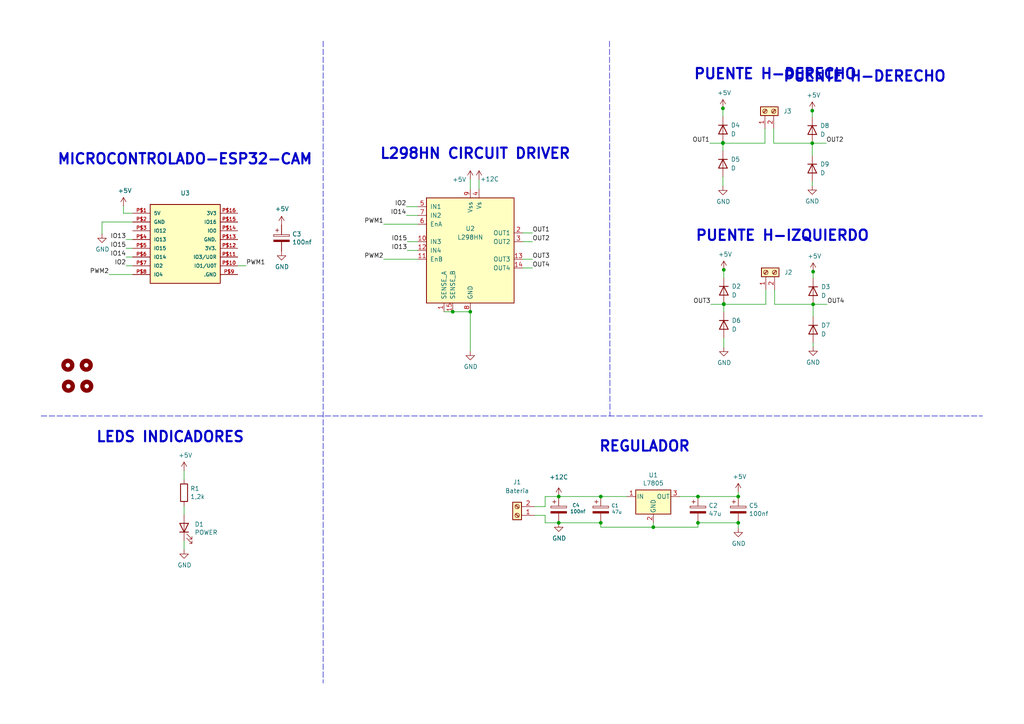
<source format=kicad_sch>
(kicad_sch (version 20211123) (generator eeschema)

  (uuid 3b838d52-596d-4e4d-a6ac-e4c8e7621137)

  (paper "A4")

  (title_block
    (title "L298 Motor Driver Module")
    (date "2020-05-10")
    (rev "V1.0")
    (company "www.ArnabKumarDas.com")
    (comment 1 "Open Source Hardware")
  )

  (lib_symbols
    (symbol "Connector:Screw_Terminal_01x02" (pin_names (offset 1.016) hide) (in_bom yes) (on_board yes)
      (property "Reference" "J" (id 0) (at 0 2.54 0)
        (effects (font (size 1.27 1.27)))
      )
      (property "Value" "Screw_Terminal_01x02" (id 1) (at 0 -5.08 0)
        (effects (font (size 1.27 1.27)))
      )
      (property "Footprint" "" (id 2) (at 0 0 0)
        (effects (font (size 1.27 1.27)) hide)
      )
      (property "Datasheet" "~" (id 3) (at 0 0 0)
        (effects (font (size 1.27 1.27)) hide)
      )
      (property "ki_keywords" "screw terminal" (id 4) (at 0 0 0)
        (effects (font (size 1.27 1.27)) hide)
      )
      (property "ki_description" "Generic screw terminal, single row, 01x02, script generated (kicad-library-utils/schlib/autogen/connector/)" (id 5) (at 0 0 0)
        (effects (font (size 1.27 1.27)) hide)
      )
      (property "ki_fp_filters" "TerminalBlock*:*" (id 6) (at 0 0 0)
        (effects (font (size 1.27 1.27)) hide)
      )
      (symbol "Screw_Terminal_01x02_1_1"
        (rectangle (start -1.27 1.27) (end 1.27 -3.81)
          (stroke (width 0.254) (type default) (color 0 0 0 0))
          (fill (type background))
        )
        (circle (center 0 -2.54) (radius 0.635)
          (stroke (width 0.1524) (type default) (color 0 0 0 0))
          (fill (type none))
        )
        (polyline
          (pts
            (xy -0.5334 -2.2098)
            (xy 0.3302 -3.048)
          )
          (stroke (width 0.1524) (type default) (color 0 0 0 0))
          (fill (type none))
        )
        (polyline
          (pts
            (xy -0.5334 0.3302)
            (xy 0.3302 -0.508)
          )
          (stroke (width 0.1524) (type default) (color 0 0 0 0))
          (fill (type none))
        )
        (polyline
          (pts
            (xy -0.3556 -2.032)
            (xy 0.508 -2.8702)
          )
          (stroke (width 0.1524) (type default) (color 0 0 0 0))
          (fill (type none))
        )
        (polyline
          (pts
            (xy -0.3556 0.508)
            (xy 0.508 -0.3302)
          )
          (stroke (width 0.1524) (type default) (color 0 0 0 0))
          (fill (type none))
        )
        (circle (center 0 0) (radius 0.635)
          (stroke (width 0.1524) (type default) (color 0 0 0 0))
          (fill (type none))
        )
        (pin passive line (at -5.08 0 0) (length 3.81)
          (name "Pin_1" (effects (font (size 1.27 1.27))))
          (number "1" (effects (font (size 1.27 1.27))))
        )
        (pin passive line (at -5.08 -2.54 0) (length 3.81)
          (name "Pin_2" (effects (font (size 1.27 1.27))))
          (number "2" (effects (font (size 1.27 1.27))))
        )
      )
    )
    (symbol "Device:D" (pin_numbers hide) (pin_names (offset 1.016) hide) (in_bom yes) (on_board yes)
      (property "Reference" "D" (id 0) (at 0 2.54 0)
        (effects (font (size 1.27 1.27)))
      )
      (property "Value" "D" (id 1) (at 0 -2.54 0)
        (effects (font (size 1.27 1.27)))
      )
      (property "Footprint" "" (id 2) (at 0 0 0)
        (effects (font (size 1.27 1.27)) hide)
      )
      (property "Datasheet" "~" (id 3) (at 0 0 0)
        (effects (font (size 1.27 1.27)) hide)
      )
      (property "ki_keywords" "diode" (id 4) (at 0 0 0)
        (effects (font (size 1.27 1.27)) hide)
      )
      (property "ki_description" "Diode" (id 5) (at 0 0 0)
        (effects (font (size 1.27 1.27)) hide)
      )
      (property "ki_fp_filters" "TO-???* *_Diode_* *SingleDiode* D_*" (id 6) (at 0 0 0)
        (effects (font (size 1.27 1.27)) hide)
      )
      (symbol "D_0_1"
        (polyline
          (pts
            (xy -1.27 1.27)
            (xy -1.27 -1.27)
          )
          (stroke (width 0.254) (type default) (color 0 0 0 0))
          (fill (type none))
        )
        (polyline
          (pts
            (xy 1.27 0)
            (xy -1.27 0)
          )
          (stroke (width 0) (type default) (color 0 0 0 0))
          (fill (type none))
        )
        (polyline
          (pts
            (xy 1.27 1.27)
            (xy 1.27 -1.27)
            (xy -1.27 0)
            (xy 1.27 1.27)
          )
          (stroke (width 0.254) (type default) (color 0 0 0 0))
          (fill (type none))
        )
      )
      (symbol "D_1_1"
        (pin passive line (at -3.81 0 0) (length 2.54)
          (name "K" (effects (font (size 1.27 1.27))))
          (number "1" (effects (font (size 1.27 1.27))))
        )
        (pin passive line (at 3.81 0 180) (length 2.54)
          (name "A" (effects (font (size 1.27 1.27))))
          (number "2" (effects (font (size 1.27 1.27))))
        )
      )
    )
    (symbol "ESP32-CAM:ESP32-CAM" (pin_names (offset 1.016)) (in_bom yes) (on_board yes)
      (property "Reference" "U" (id 0) (at -10.16 20.32 0)
        (effects (font (size 1.27 1.27)) (justify left bottom))
      )
      (property "Value" "ESP32-CAM" (id 1) (at 0 0 0)
        (effects (font (size 1.27 1.27)) (justify left bottom) hide)
      )
      (property "Footprint" "ESP32-CAM" (id 2) (at 0 0 0)
        (effects (font (size 1.27 1.27)) (justify left bottom) hide)
      )
      (property "Datasheet" "" (id 3) (at 0 0 0)
        (effects (font (size 1.27 1.27)) (justify left bottom) hide)
      )
      (property "ki_locked" "" (id 4) (at 0 0 0)
        (effects (font (size 1.27 1.27)))
      )
      (symbol "ESP32-CAM_0_0"
        (rectangle (start -10.16 -5.08) (end 10.16 17.78)
          (stroke (width 0.254) (type default) (color 0 0 0 0))
          (fill (type background))
        )
        (pin bidirectional line (at -15.24 15.24 0) (length 5.08)
          (name "5V" (effects (font (size 1.016 1.016))))
          (number "P$1" (effects (font (size 1.016 1.016))))
        )
        (pin bidirectional line (at 15.24 0 180) (length 5.08)
          (name "IO1/U0T" (effects (font (size 1.016 1.016))))
          (number "P$10" (effects (font (size 1.016 1.016))))
        )
        (pin bidirectional line (at 15.24 2.54 180) (length 5.08)
          (name "IO3/U0R" (effects (font (size 1.016 1.016))))
          (number "P$11" (effects (font (size 1.016 1.016))))
        )
        (pin bidirectional line (at 15.24 5.08 180) (length 5.08)
          (name "3V3." (effects (font (size 1.016 1.016))))
          (number "P$12" (effects (font (size 1.016 1.016))))
        )
        (pin bidirectional line (at 15.24 7.62 180) (length 5.08)
          (name "GND." (effects (font (size 1.016 1.016))))
          (number "P$13" (effects (font (size 1.016 1.016))))
        )
        (pin bidirectional line (at 15.24 10.16 180) (length 5.08)
          (name "IO0" (effects (font (size 1.016 1.016))))
          (number "P$14" (effects (font (size 1.016 1.016))))
        )
        (pin bidirectional line (at 15.24 12.7 180) (length 5.08)
          (name "IO16" (effects (font (size 1.016 1.016))))
          (number "P$15" (effects (font (size 1.016 1.016))))
        )
        (pin bidirectional line (at 15.24 15.24 180) (length 5.08)
          (name "3V3" (effects (font (size 1.016 1.016))))
          (number "P$16" (effects (font (size 1.016 1.016))))
        )
        (pin bidirectional line (at -15.24 12.7 0) (length 5.08)
          (name "GND" (effects (font (size 1.016 1.016))))
          (number "P$2" (effects (font (size 1.016 1.016))))
        )
        (pin bidirectional line (at -15.24 10.16 0) (length 5.08)
          (name "IO12" (effects (font (size 1.016 1.016))))
          (number "P$3" (effects (font (size 1.016 1.016))))
        )
        (pin bidirectional line (at -15.24 7.62 0) (length 5.08)
          (name "IO13" (effects (font (size 1.016 1.016))))
          (number "P$4" (effects (font (size 1.016 1.016))))
        )
        (pin bidirectional line (at -15.24 5.08 0) (length 5.08)
          (name "IO15" (effects (font (size 1.016 1.016))))
          (number "P$5" (effects (font (size 1.016 1.016))))
        )
        (pin bidirectional line (at -15.24 2.54 0) (length 5.08)
          (name "IO14" (effects (font (size 1.016 1.016))))
          (number "P$6" (effects (font (size 1.016 1.016))))
        )
        (pin bidirectional line (at -15.24 0 0) (length 5.08)
          (name "IO2" (effects (font (size 1.016 1.016))))
          (number "P$7" (effects (font (size 1.016 1.016))))
        )
        (pin bidirectional line (at -15.24 -2.54 0) (length 5.08)
          (name "IO4" (effects (font (size 1.016 1.016))))
          (number "P$8" (effects (font (size 1.016 1.016))))
        )
        (pin bidirectional line (at 15.24 -2.54 180) (length 5.08)
          (name ".GND" (effects (font (size 1.016 1.016))))
          (number "P$9" (effects (font (size 1.016 1.016))))
        )
      )
    )
    (symbol "L298-Module-rescue:+5V-power" (power) (pin_names (offset 0)) (in_bom yes) (on_board yes)
      (property "Reference" "#PWR" (id 0) (at 0 -3.81 0)
        (effects (font (size 1.27 1.27)) hide)
      )
      (property "Value" "+5V-power" (id 1) (at 0 3.556 0)
        (effects (font (size 1.27 1.27)))
      )
      (property "Footprint" "" (id 2) (at 0 0 0)
        (effects (font (size 1.27 1.27)) hide)
      )
      (property "Datasheet" "" (id 3) (at 0 0 0)
        (effects (font (size 1.27 1.27)) hide)
      )
      (symbol "+5V-power_0_1"
        (polyline
          (pts
            (xy -0.762 1.27)
            (xy 0 2.54)
          )
          (stroke (width 0) (type default) (color 0 0 0 0))
          (fill (type none))
        )
        (polyline
          (pts
            (xy 0 0)
            (xy 0 2.54)
          )
          (stroke (width 0) (type default) (color 0 0 0 0))
          (fill (type none))
        )
        (polyline
          (pts
            (xy 0 2.54)
            (xy 0.762 1.27)
          )
          (stroke (width 0) (type default) (color 0 0 0 0))
          (fill (type none))
        )
      )
      (symbol "+5V-power_1_1"
        (pin power_in line (at 0 0 90) (length 0) hide
          (name "+5V" (effects (font (size 1.27 1.27))))
          (number "1" (effects (font (size 1.27 1.27))))
        )
      )
    )
    (symbol "L298-Module-rescue:CP-Device" (pin_numbers hide) (pin_names (offset 0.254)) (in_bom yes) (on_board yes)
      (property "Reference" "C" (id 0) (at 0.635 2.54 0)
        (effects (font (size 1.27 1.27)) (justify left))
      )
      (property "Value" "CP-Device" (id 1) (at 0.635 -2.54 0)
        (effects (font (size 1.27 1.27)) (justify left))
      )
      (property "Footprint" "" (id 2) (at 0.9652 -3.81 0)
        (effects (font (size 1.27 1.27)) hide)
      )
      (property "Datasheet" "" (id 3) (at 0 0 0)
        (effects (font (size 1.27 1.27)) hide)
      )
      (property "ki_fp_filters" "CP_*" (id 4) (at 0 0 0)
        (effects (font (size 1.27 1.27)) hide)
      )
      (symbol "CP-Device_0_1"
        (rectangle (start -2.286 0.508) (end 2.286 1.016)
          (stroke (width 0) (type default) (color 0 0 0 0))
          (fill (type none))
        )
        (polyline
          (pts
            (xy -1.778 2.286)
            (xy -0.762 2.286)
          )
          (stroke (width 0) (type default) (color 0 0 0 0))
          (fill (type none))
        )
        (polyline
          (pts
            (xy -1.27 2.794)
            (xy -1.27 1.778)
          )
          (stroke (width 0) (type default) (color 0 0 0 0))
          (fill (type none))
        )
        (rectangle (start 2.286 -0.508) (end -2.286 -1.016)
          (stroke (width 0) (type default) (color 0 0 0 0))
          (fill (type outline))
        )
      )
      (symbol "CP-Device_1_1"
        (pin passive line (at 0 3.81 270) (length 2.794)
          (name "~" (effects (font (size 1.27 1.27))))
          (number "1" (effects (font (size 1.27 1.27))))
        )
        (pin passive line (at 0 -3.81 90) (length 2.794)
          (name "~" (effects (font (size 1.27 1.27))))
          (number "2" (effects (font (size 1.27 1.27))))
        )
      )
    )
    (symbol "L298-Module-rescue:GND-power" (power) (pin_names (offset 0)) (in_bom yes) (on_board yes)
      (property "Reference" "#PWR" (id 0) (at 0 -6.35 0)
        (effects (font (size 1.27 1.27)) hide)
      )
      (property "Value" "GND-power" (id 1) (at 0 -3.81 0)
        (effects (font (size 1.27 1.27)))
      )
      (property "Footprint" "" (id 2) (at 0 0 0)
        (effects (font (size 1.27 1.27)) hide)
      )
      (property "Datasheet" "" (id 3) (at 0 0 0)
        (effects (font (size 1.27 1.27)) hide)
      )
      (symbol "GND-power_0_1"
        (polyline
          (pts
            (xy 0 0)
            (xy 0 -1.27)
            (xy 1.27 -1.27)
            (xy 0 -2.54)
            (xy -1.27 -1.27)
            (xy 0 -1.27)
          )
          (stroke (width 0) (type default) (color 0 0 0 0))
          (fill (type none))
        )
      )
      (symbol "GND-power_1_1"
        (pin power_in line (at 0 0 270) (length 0) hide
          (name "GND" (effects (font (size 1.27 1.27))))
          (number "1" (effects (font (size 1.27 1.27))))
        )
      )
    )
    (symbol "L298-Module-rescue:L298HN-Driver_Motor" (pin_names (offset 1.016)) (in_bom yes) (on_board yes)
      (property "Reference" "U" (id 0) (at -10.16 16.51 0)
        (effects (font (size 1.27 1.27)) (justify right))
      )
      (property "Value" "L298HN-Driver_Motor" (id 1) (at 12.7 16.51 0)
        (effects (font (size 1.27 1.27)) (justify right))
      )
      (property "Footprint" "Package_TO_SOT_THT:TO-220-15_P2.54x2.54mm_StaggerOdd_Lead4.58mm_Vertical" (id 2) (at 1.27 -16.51 0)
        (effects (font (size 1.27 1.27)) (justify left) hide)
      )
      (property "Datasheet" "" (id 3) (at 3.81 6.35 0)
        (effects (font (size 1.27 1.27)) hide)
      )
      (property "ki_fp_filters" "TO?220*" (id 4) (at 0 0 0)
        (effects (font (size 1.27 1.27)) hide)
      )
      (symbol "L298HN-Driver_Motor_0_1"
        (rectangle (start -12.7 15.24) (end 12.7 -15.24)
          (stroke (width 0.254) (type default) (color 0 0 0 0))
          (fill (type background))
        )
      )
      (symbol "L298HN-Driver_Motor_1_1"
        (pin power_in line (at -7.62 -17.78 90) (length 2.54)
          (name "SENSE_A" (effects (font (size 1.27 1.27))))
          (number "1" (effects (font (size 1.27 1.27))))
        )
        (pin input line (at -15.24 2.54 0) (length 2.54)
          (name "IN3" (effects (font (size 1.27 1.27))))
          (number "10" (effects (font (size 1.27 1.27))))
        )
        (pin input line (at -15.24 -2.54 0) (length 2.54)
          (name "EnB" (effects (font (size 1.27 1.27))))
          (number "11" (effects (font (size 1.27 1.27))))
        )
        (pin input line (at -15.24 0 0) (length 2.54)
          (name "IN4" (effects (font (size 1.27 1.27))))
          (number "12" (effects (font (size 1.27 1.27))))
        )
        (pin output line (at 15.24 -2.54 180) (length 2.54)
          (name "OUT3" (effects (font (size 1.27 1.27))))
          (number "13" (effects (font (size 1.27 1.27))))
        )
        (pin output line (at 15.24 -5.08 180) (length 2.54)
          (name "OUT4" (effects (font (size 1.27 1.27))))
          (number "14" (effects (font (size 1.27 1.27))))
        )
        (pin power_in line (at -5.08 -17.78 90) (length 2.54)
          (name "SENSE_B" (effects (font (size 1.27 1.27))))
          (number "15" (effects (font (size 1.27 1.27))))
        )
        (pin output line (at 15.24 5.08 180) (length 2.54)
          (name "OUT1" (effects (font (size 1.27 1.27))))
          (number "2" (effects (font (size 1.27 1.27))))
        )
        (pin output line (at 15.24 2.54 180) (length 2.54)
          (name "OUT2" (effects (font (size 1.27 1.27))))
          (number "3" (effects (font (size 1.27 1.27))))
        )
        (pin power_in line (at 2.54 17.78 270) (length 2.54)
          (name "Vs" (effects (font (size 1.27 1.27))))
          (number "4" (effects (font (size 1.27 1.27))))
        )
        (pin input line (at -15.24 12.7 0) (length 2.54)
          (name "IN1" (effects (font (size 1.27 1.27))))
          (number "5" (effects (font (size 1.27 1.27))))
        )
        (pin input line (at -15.24 7.62 0) (length 2.54)
          (name "EnA" (effects (font (size 1.27 1.27))))
          (number "6" (effects (font (size 1.27 1.27))))
        )
        (pin input line (at -15.24 10.16 0) (length 2.54)
          (name "IN2" (effects (font (size 1.27 1.27))))
          (number "7" (effects (font (size 1.27 1.27))))
        )
        (pin power_in line (at 0 -17.78 90) (length 2.54)
          (name "GND" (effects (font (size 1.27 1.27))))
          (number "8" (effects (font (size 1.27 1.27))))
        )
        (pin power_in line (at 0 17.78 270) (length 2.54)
          (name "Vss" (effects (font (size 1.27 1.27))))
          (number "9" (effects (font (size 1.27 1.27))))
        )
      )
    )
    (symbol "L298-Module-rescue:L7805-Regulator_Linear" (pin_names (offset 0.254)) (in_bom yes) (on_board yes)
      (property "Reference" "U" (id 0) (at -3.81 3.175 0)
        (effects (font (size 1.27 1.27)))
      )
      (property "Value" "L7805-Regulator_Linear" (id 1) (at 0 3.175 0)
        (effects (font (size 1.27 1.27)) (justify left))
      )
      (property "Footprint" "" (id 2) (at 0.635 -3.81 0)
        (effects (font (size 1.27 1.27) italic) (justify left) hide)
      )
      (property "Datasheet" "" (id 3) (at 0 -1.27 0)
        (effects (font (size 1.27 1.27)) hide)
      )
      (property "ki_fp_filters" "TO?252* TO?263* TO?220*" (id 4) (at 0 0 0)
        (effects (font (size 1.27 1.27)) hide)
      )
      (symbol "L7805-Regulator_Linear_0_1"
        (rectangle (start -5.08 1.905) (end 5.08 -5.08)
          (stroke (width 0.254) (type default) (color 0 0 0 0))
          (fill (type background))
        )
      )
      (symbol "L7805-Regulator_Linear_1_1"
        (pin power_in line (at -7.62 0 0) (length 2.54)
          (name "IN" (effects (font (size 1.27 1.27))))
          (number "1" (effects (font (size 1.27 1.27))))
        )
        (pin power_in line (at 0 -7.62 90) (length 2.54)
          (name "GND" (effects (font (size 1.27 1.27))))
          (number "2" (effects (font (size 1.27 1.27))))
        )
        (pin power_out line (at 7.62 0 180) (length 2.54)
          (name "OUT" (effects (font (size 1.27 1.27))))
          (number "3" (effects (font (size 1.27 1.27))))
        )
      )
    )
    (symbol "L298-Module-rescue:LED-Device" (pin_numbers hide) (pin_names (offset 1.016) hide) (in_bom yes) (on_board yes)
      (property "Reference" "D" (id 0) (at 0 2.54 0)
        (effects (font (size 1.27 1.27)))
      )
      (property "Value" "LED-Device" (id 1) (at 0 -2.54 0)
        (effects (font (size 1.27 1.27)))
      )
      (property "Footprint" "" (id 2) (at 0 0 0)
        (effects (font (size 1.27 1.27)) hide)
      )
      (property "Datasheet" "" (id 3) (at 0 0 0)
        (effects (font (size 1.27 1.27)) hide)
      )
      (property "ki_fp_filters" "LED* LED_SMD:* LED_THT:*" (id 4) (at 0 0 0)
        (effects (font (size 1.27 1.27)) hide)
      )
      (symbol "LED-Device_0_1"
        (polyline
          (pts
            (xy -1.27 -1.27)
            (xy -1.27 1.27)
          )
          (stroke (width 0.254) (type default) (color 0 0 0 0))
          (fill (type none))
        )
        (polyline
          (pts
            (xy -1.27 0)
            (xy 1.27 0)
          )
          (stroke (width 0) (type default) (color 0 0 0 0))
          (fill (type none))
        )
        (polyline
          (pts
            (xy 1.27 -1.27)
            (xy 1.27 1.27)
            (xy -1.27 0)
            (xy 1.27 -1.27)
          )
          (stroke (width 0.254) (type default) (color 0 0 0 0))
          (fill (type none))
        )
        (polyline
          (pts
            (xy -3.048 -0.762)
            (xy -4.572 -2.286)
            (xy -3.81 -2.286)
            (xy -4.572 -2.286)
            (xy -4.572 -1.524)
          )
          (stroke (width 0) (type default) (color 0 0 0 0))
          (fill (type none))
        )
        (polyline
          (pts
            (xy -1.778 -0.762)
            (xy -3.302 -2.286)
            (xy -2.54 -2.286)
            (xy -3.302 -2.286)
            (xy -3.302 -1.524)
          )
          (stroke (width 0) (type default) (color 0 0 0 0))
          (fill (type none))
        )
      )
      (symbol "LED-Device_1_1"
        (pin passive line (at -3.81 0 0) (length 2.54)
          (name "K" (effects (font (size 1.27 1.27))))
          (number "1" (effects (font (size 1.27 1.27))))
        )
        (pin passive line (at 3.81 0 180) (length 2.54)
          (name "A" (effects (font (size 1.27 1.27))))
          (number "2" (effects (font (size 1.27 1.27))))
        )
      )
    )
    (symbol "L298-Module-rescue:R-Device" (pin_numbers hide) (pin_names (offset 0)) (in_bom yes) (on_board yes)
      (property "Reference" "R" (id 0) (at 2.032 0 90)
        (effects (font (size 1.27 1.27)))
      )
      (property "Value" "R-Device" (id 1) (at 0 0 90)
        (effects (font (size 1.27 1.27)))
      )
      (property "Footprint" "" (id 2) (at -1.778 0 90)
        (effects (font (size 1.27 1.27)) hide)
      )
      (property "Datasheet" "" (id 3) (at 0 0 0)
        (effects (font (size 1.27 1.27)) hide)
      )
      (property "ki_fp_filters" "R_*" (id 4) (at 0 0 0)
        (effects (font (size 1.27 1.27)) hide)
      )
      (symbol "R-Device_0_1"
        (rectangle (start -1.016 -2.54) (end 1.016 2.54)
          (stroke (width 0.254) (type default) (color 0 0 0 0))
          (fill (type none))
        )
      )
      (symbol "R-Device_1_1"
        (pin passive line (at 0 3.81 270) (length 1.27)
          (name "~" (effects (font (size 1.27 1.27))))
          (number "1" (effects (font (size 1.27 1.27))))
        )
        (pin passive line (at 0 -3.81 90) (length 1.27)
          (name "~" (effects (font (size 1.27 1.27))))
          (number "2" (effects (font (size 1.27 1.27))))
        )
      )
    )
    (symbol "Mechanical:MountingHole" (pin_names (offset 1.016)) (in_bom yes) (on_board yes)
      (property "Reference" "H" (id 0) (at 0 5.08 0)
        (effects (font (size 1.27 1.27)))
      )
      (property "Value" "MountingHole" (id 1) (at 0 3.175 0)
        (effects (font (size 1.27 1.27)))
      )
      (property "Footprint" "" (id 2) (at 0 0 0)
        (effects (font (size 1.27 1.27)) hide)
      )
      (property "Datasheet" "~" (id 3) (at 0 0 0)
        (effects (font (size 1.27 1.27)) hide)
      )
      (property "ki_keywords" "mounting hole" (id 4) (at 0 0 0)
        (effects (font (size 1.27 1.27)) hide)
      )
      (property "ki_description" "Mounting Hole without connection" (id 5) (at 0 0 0)
        (effects (font (size 1.27 1.27)) hide)
      )
      (property "ki_fp_filters" "MountingHole*" (id 6) (at 0 0 0)
        (effects (font (size 1.27 1.27)) hide)
      )
      (symbol "MountingHole_0_1"
        (circle (center 0 0) (radius 1.27)
          (stroke (width 1.27) (type default) (color 0 0 0 0))
          (fill (type none))
        )
      )
    )
    (symbol "power:+12C" (power) (pin_names (offset 0)) (in_bom yes) (on_board yes)
      (property "Reference" "#PWR" (id 0) (at 0 -3.81 0)
        (effects (font (size 1.27 1.27)) hide)
      )
      (property "Value" "+12C" (id 1) (at 0 3.81 0)
        (effects (font (size 1.27 1.27)))
      )
      (property "Footprint" "" (id 2) (at 0 0 0)
        (effects (font (size 1.27 1.27)) hide)
      )
      (property "Datasheet" "" (id 3) (at 0 0 0)
        (effects (font (size 1.27 1.27)) hide)
      )
      (property "ki_keywords" "power-flag" (id 4) (at 0 0 0)
        (effects (font (size 1.27 1.27)) hide)
      )
      (property "ki_description" "Power symbol creates a global label with name \"+12C\"" (id 5) (at 0 0 0)
        (effects (font (size 1.27 1.27)) hide)
      )
      (symbol "+12C_0_1"
        (polyline
          (pts
            (xy -0.762 1.27)
            (xy 0 2.54)
          )
          (stroke (width 0) (type default) (color 0 0 0 0))
          (fill (type none))
        )
        (polyline
          (pts
            (xy 0 0)
            (xy 0 2.54)
          )
          (stroke (width 0) (type default) (color 0 0 0 0))
          (fill (type none))
        )
        (polyline
          (pts
            (xy 0 2.54)
            (xy 0.762 1.27)
          )
          (stroke (width 0) (type default) (color 0 0 0 0))
          (fill (type none))
        )
      )
      (symbol "+12C_1_1"
        (pin power_in line (at 0 0 90) (length 0) hide
          (name "+12C" (effects (font (size 1.27 1.27))))
          (number "1" (effects (font (size 1.27 1.27))))
        )
      )
    )
    (symbol "power:GND" (power) (pin_names (offset 0)) (in_bom yes) (on_board yes)
      (property "Reference" "#PWR" (id 0) (at 0 -6.35 0)
        (effects (font (size 1.27 1.27)) hide)
      )
      (property "Value" "GND" (id 1) (at 0 -3.81 0)
        (effects (font (size 1.27 1.27)))
      )
      (property "Footprint" "" (id 2) (at 0 0 0)
        (effects (font (size 1.27 1.27)) hide)
      )
      (property "Datasheet" "" (id 3) (at 0 0 0)
        (effects (font (size 1.27 1.27)) hide)
      )
      (property "ki_keywords" "power-flag" (id 4) (at 0 0 0)
        (effects (font (size 1.27 1.27)) hide)
      )
      (property "ki_description" "Power symbol creates a global label with name \"GND\" , ground" (id 5) (at 0 0 0)
        (effects (font (size 1.27 1.27)) hide)
      )
      (symbol "GND_0_1"
        (polyline
          (pts
            (xy 0 0)
            (xy 0 -1.27)
            (xy 1.27 -1.27)
            (xy 0 -2.54)
            (xy -1.27 -1.27)
            (xy 0 -1.27)
          )
          (stroke (width 0) (type default) (color 0 0 0 0))
          (fill (type none))
        )
      )
      (symbol "GND_1_1"
        (pin power_in line (at 0 0 270) (length 0) hide
          (name "GND" (effects (font (size 1.27 1.27))))
          (number "1" (effects (font (size 1.27 1.27))))
        )
      )
    )
  )

  (junction (at 162.052 151.638) (diameter 0) (color 0 0 0 0)
    (uuid 0490fcfa-3578-4912-a208-8c97aed5d4a4)
  )
  (junction (at 174.244 144.018) (diameter 0) (color 0 0 0 0)
    (uuid 09f10c3d-b814-47b4-89d9-6d49ba7cb794)
  )
  (junction (at 214.122 151.638) (diameter 0) (color 0 0 0 0)
    (uuid 0f468c41-db7d-459e-b20b-7b9bea0d3323)
  )
  (junction (at 202.438 151.638) (diameter 0) (color 0 0 0 0)
    (uuid 1438e514-552e-4485-be12-0efb57dbfdcf)
  )
  (junction (at 209.677 41.402) (diameter 0) (color 0 0 0 0)
    (uuid 184feba8-7e8a-4ece-97a3-f3fda3a19c2c)
  )
  (junction (at 162.052 144.018) (diameter 0) (color 0 0 0 0)
    (uuid 1a31b1fe-0846-4001-810b-84f69f5d18e2)
  )
  (junction (at 189.484 152.908) (diameter 0) (color 0 0 0 0)
    (uuid 1deb1c7d-16b4-491a-8251-71a7627faef8)
  )
  (junction (at 209.931 88.138) (diameter 0) (color 0 0 0 0)
    (uuid 27c86c25-dd6a-4269-81ee-6831e32d0c33)
  )
  (junction (at 235.839 88.265) (diameter 0) (color 0 0 0 0)
    (uuid 2d5575dc-f6ed-4344-b9a1-4cc23eef143c)
  )
  (junction (at 235.585 32.1056) (diameter 0) (color 0 0 0 0)
    (uuid 40d5883c-13ca-4de1-84bb-35e8c1fe059e)
  )
  (junction (at 202.438 144.018) (diameter 0) (color 0 0 0 0)
    (uuid 4cb0bccc-11e3-4454-9908-a7bf1a47d6d4)
  )
  (junction (at 209.677 41.529) (diameter 0) (color 0 0 0 0)
    (uuid 59dceaef-fa47-4fcc-a87a-2d68d8d8c08e)
  )
  (junction (at 214.122 144.018) (diameter 0) (color 0 0 0 0)
    (uuid 5abfe7ad-451d-42f8-a577-1e34cd7e752c)
  )
  (junction (at 209.931 88.265) (diameter 0) (color 0 0 0 0)
    (uuid 63024cd2-3215-4a9e-a075-62c7a9ea5bea)
  )
  (junction (at 136.398 90.424) (diameter 0) (color 0 0 0 0)
    (uuid 69065d9e-ed61-46e0-9b22-4651709a6f1e)
  )
  (junction (at 209.677 31.4198) (diameter 0) (color 0 0 0 0)
    (uuid 6aac6c05-35e6-4a86-9edb-62165c08904d)
  )
  (junction (at 174.244 151.638) (diameter 0) (color 0 0 0 0)
    (uuid 7315cab1-7a03-44f8-8db2-7c035f8ecb96)
  )
  (junction (at 235.585 41.529) (diameter 0) (color 0 0 0 0)
    (uuid 7b285670-776f-41f8-982b-609a1bddecee)
  )
  (junction (at 131.318 90.424) (diameter 0) (color 0 0 0 0)
    (uuid a0732b7e-8df8-424f-b22f-dcdb2395fd42)
  )
  (junction (at 209.931 78.2574) (diameter 0) (color 0 0 0 0)
    (uuid b31e534e-c227-4e13-9ae8-4a1583c86ee9)
  )
  (junction (at 235.839 78.7908) (diameter 0) (color 0 0 0 0)
    (uuid bbf74701-b4e4-4d0f-b8c5-9b0201c8e1fb)
  )

  (wire (pts (xy 154.432 75.184) (xy 151.638 75.184))
    (stroke (width 0) (type default) (color 0 0 0 0))
    (uuid 019bf129-6224-41d2-b817-c222e035430b)
  )
  (wire (pts (xy 29.591 64.389) (xy 38.481 64.389))
    (stroke (width 0) (type default) (color 0 0 0 0))
    (uuid 032dc289-7d26-41c9-93ba-ff4117c08974)
  )
  (polyline (pts (xy 176.784 11.938) (xy 176.911 120.65))
    (stroke (width 0) (type default) (color 0 0 0 0))
    (uuid 03d9bcd4-8751-4b25-9ef1-af100329dc69)
  )

  (wire (pts (xy 202.438 144.018) (xy 214.122 144.018))
    (stroke (width 0) (type default) (color 0 0 0 0))
    (uuid 09013223-75a1-434b-a3ef-80354f015393)
  )
  (wire (pts (xy 209.931 78.105) (xy 209.931 78.2574))
    (stroke (width 0) (type default) (color 0 0 0 0))
    (uuid 09898fa3-2e37-4de5-9dbb-d6558a427e8b)
  )
  (wire (pts (xy 154.432 67.564) (xy 151.638 67.564))
    (stroke (width 0) (type default) (color 0 0 0 0))
    (uuid 126ce113-cb27-45a9-b6cc-8f485a625bdb)
  )
  (wire (pts (xy 235.839 88.265) (xy 224.663 88.265))
    (stroke (width 0) (type default) (color 0 0 0 0))
    (uuid 13447865-4b42-40a3-ae2c-51ae898681ea)
  )
  (polyline (pts (xy 11.938 120.65) (xy 284.988 120.65))
    (stroke (width 0) (type default) (color 0 0 0 0))
    (uuid 140d8955-4219-4a75-ba5b-3fec397e7b06)
  )

  (wire (pts (xy 53.3908 136.5504) (xy 53.3908 139.0904))
    (stroke (width 0) (type default) (color 0 0 0 0))
    (uuid 14c51520-6d91-4098-a59a-5121f2a898f7)
  )
  (wire (pts (xy 118.11 72.644) (xy 121.158 72.644))
    (stroke (width 0) (type default) (color 0 0 0 0))
    (uuid 173f6f06-e7d0-42ac-ab03-ce6b79b9eeee)
  )
  (wire (pts (xy 209.677 31.4198) (xy 209.677 33.782))
    (stroke (width 0) (type default) (color 0 0 0 0))
    (uuid 1d51283b-9119-423d-b346-71e113a7aa94)
  )
  (wire (pts (xy 154.432 77.724) (xy 151.638 77.724))
    (stroke (width 0) (type default) (color 0 0 0 0))
    (uuid 22404ffc-b3d1-4b9e-b6f3-5e783014a989)
  )
  (wire (pts (xy 189.484 152.908) (xy 174.244 152.908))
    (stroke (width 0) (type default) (color 0 0 0 0))
    (uuid 27d482a6-227c-4f8c-b5bd-705f8a97fc8c)
  )
  (wire (pts (xy 197.104 144.018) (xy 202.438 144.018))
    (stroke (width 0) (type default) (color 0 0 0 0))
    (uuid 287bcf6f-6c57-4867-a1a2-01db0470ed33)
  )
  (wire (pts (xy 235.585 41.529) (xy 239.649 41.529))
    (stroke (width 0) (type default) (color 0 0 0 0))
    (uuid 2b871641-2d28-4b5c-a469-db9977415d1c)
  )
  (wire (pts (xy 209.677 31.369) (xy 209.677 31.4198))
    (stroke (width 0) (type default) (color 0 0 0 0))
    (uuid 2cb222fd-96a6-49de-ba6d-3d51dd44a2fc)
  )
  (wire (pts (xy 53.3908 146.7104) (xy 53.3908 149.2504))
    (stroke (width 0) (type default) (color 0 0 0 0))
    (uuid 2d67a417-188f-4014-9282-000265d80009)
  )
  (wire (pts (xy 121.158 62.484) (xy 117.856 62.484))
    (stroke (width 0) (type default) (color 0 0 0 0))
    (uuid 309b3bff-19c8-41ec-a84d-63399c649f46)
  )
  (wire (pts (xy 136.398 52.07) (xy 136.398 54.864))
    (stroke (width 0) (type default) (color 0 0 0 0))
    (uuid 3249b215-519e-403e-baac-a7011c265792)
  )
  (wire (pts (xy 38.481 61.849) (xy 35.814 61.849))
    (stroke (width 0) (type default) (color 0 0 0 0))
    (uuid 35587e2f-a0b1-4599-be20-b8e8e1bf2fbc)
  )
  (wire (pts (xy 209.677 41.529) (xy 221.869 41.529))
    (stroke (width 0) (type default) (color 0 0 0 0))
    (uuid 382c51a8-873c-4e01-bae2-44737dbfaf8e)
  )
  (wire (pts (xy 202.438 151.638) (xy 214.122 151.638))
    (stroke (width 0) (type default) (color 0 0 0 0))
    (uuid 38b117b8-e810-42f2-80cb-deafffb1fd42)
  )
  (wire (pts (xy 29.591 64.389) (xy 29.591 67.818))
    (stroke (width 0) (type default) (color 0 0 0 0))
    (uuid 445e2d10-d6fd-430e-a9d1-4c291f229c0c)
  )
  (wire (pts (xy 35.814 61.849) (xy 35.814 59.817))
    (stroke (width 0) (type default) (color 0 0 0 0))
    (uuid 4491de66-df2d-41c6-bd50-4eef980ed9f5)
  )
  (wire (pts (xy 158.115 151.638) (xy 162.052 151.638))
    (stroke (width 0) (type default) (color 0 0 0 0))
    (uuid 44b2357d-25fc-4a19-ad71-8c0af9fb1ff4)
  )
  (wire (pts (xy 154.432 70.104) (xy 151.638 70.104))
    (stroke (width 0) (type default) (color 0 0 0 0))
    (uuid 46246d65-a0b8-49a0-b688-16f0d418f7bb)
  )
  (wire (pts (xy 121.158 70.104) (xy 118.11 70.104))
    (stroke (width 0) (type default) (color 0 0 0 0))
    (uuid 4632212f-13ce-4392-bc68-ccb9ba333770)
  )
  (wire (pts (xy 209.931 78.2574) (xy 209.931 80.518))
    (stroke (width 0) (type default) (color 0 0 0 0))
    (uuid 48b94e94-9d71-43c1-94a3-f6fd19ac34f2)
  )
  (wire (pts (xy 235.839 78.74) (xy 235.839 78.7908))
    (stroke (width 0) (type default) (color 0 0 0 0))
    (uuid 4a2702df-8163-4625-8fd9-0716bb3edbfe)
  )
  (wire (pts (xy 138.938 52.07) (xy 138.938 54.864))
    (stroke (width 0) (type default) (color 0 0 0 0))
    (uuid 4c624d0b-78df-412e-ae9d-027adc0e1023)
  )
  (wire (pts (xy 155.067 149.479) (xy 158.115 149.479))
    (stroke (width 0) (type default) (color 0 0 0 0))
    (uuid 4d42ae2b-e8a0-4ed7-ac52-6c51bdfd8091)
  )
  (wire (pts (xy 31.623 79.629) (xy 38.481 79.629))
    (stroke (width 0) (type default) (color 0 0 0 0))
    (uuid 4eb88873-afc7-44d7-9315-2b009adee6ba)
  )
  (wire (pts (xy 235.839 88.265) (xy 239.903 88.265))
    (stroke (width 0) (type default) (color 0 0 0 0))
    (uuid 4f3b6244-2941-475c-9a7a-a4d35f91b63f)
  )
  (wire (pts (xy 235.839 78.7908) (xy 235.839 80.645))
    (stroke (width 0) (type default) (color 0 0 0 0))
    (uuid 53d23e06-2b5f-4f72-b334-a1632cbacd61)
  )
  (wire (pts (xy 235.839 88.265) (xy 235.839 91.821))
    (stroke (width 0) (type default) (color 0 0 0 0))
    (uuid 54036c48-d74c-4134-861e-0469f0e15349)
  )
  (wire (pts (xy 205.867 41.529) (xy 209.677 41.529))
    (stroke (width 0) (type default) (color 0 0 0 0))
    (uuid 54fa2ddb-32fd-484a-98f5-026f15ec8c58)
  )
  (wire (pts (xy 36.576 77.089) (xy 38.481 77.089))
    (stroke (width 0) (type default) (color 0 0 0 0))
    (uuid 5a0ea40a-ed32-4129-983d-05b4d291678e)
  )
  (wire (pts (xy 222.123 88.265) (xy 222.123 84.074))
    (stroke (width 0) (type default) (color 0 0 0 0))
    (uuid 5e5fb3ca-c160-4891-bf95-8520d6acbc8b)
  )
  (wire (pts (xy 235.585 32.1056) (xy 235.585 33.909))
    (stroke (width 0) (type default) (color 0 0 0 0))
    (uuid 638e6eb8-ba77-4de2-a686-10a30944a049)
  )
  (wire (pts (xy 209.931 88.138) (xy 209.931 88.265))
    (stroke (width 0) (type default) (color 0 0 0 0))
    (uuid 65f536a3-e7c5-40f7-bd39-3bdbe2d272a3)
  )
  (polyline (pts (xy 93.726 11.938) (xy 93.726 198.12))
    (stroke (width 0) (type default) (color 0 0 0 0))
    (uuid 68f29b90-102f-4461-bd10-a2a982ff7daa)
  )

  (wire (pts (xy 209.931 88.265) (xy 209.931 90.424))
    (stroke (width 0) (type default) (color 0 0 0 0))
    (uuid 6946938a-3f8f-4aa6-a307-e30627f775ff)
  )
  (wire (pts (xy 221.869 41.529) (xy 221.869 37.338))
    (stroke (width 0) (type default) (color 0 0 0 0))
    (uuid 6b054941-903e-4a8e-8d63-2b8c95f94005)
  )
  (wire (pts (xy 36.576 69.469) (xy 38.481 69.469))
    (stroke (width 0) (type default) (color 0 0 0 0))
    (uuid 703011ae-98d6-4332-81d8-2a72310bac4e)
  )
  (wire (pts (xy 214.122 151.638) (xy 214.122 153.162))
    (stroke (width 0) (type default) (color 0 0 0 0))
    (uuid 75d0caf9-aead-4228-a5fc-bded364f5d29)
  )
  (wire (pts (xy 158.115 144.018) (xy 162.052 144.018))
    (stroke (width 0) (type default) (color 0 0 0 0))
    (uuid 75ec86a7-a380-46ae-bdc1-8646cca68e8a)
  )
  (wire (pts (xy 209.931 88.265) (xy 222.123 88.265))
    (stroke (width 0) (type default) (color 0 0 0 0))
    (uuid 77b7af68-0912-4413-b61f-3d00ee5cb023)
  )
  (wire (pts (xy 224.663 88.265) (xy 224.663 84.074))
    (stroke (width 0) (type default) (color 0 0 0 0))
    (uuid 7f2694b8-fb55-49ce-b769-0d0acd72885f)
  )
  (wire (pts (xy 214.122 142.748) (xy 214.122 144.018))
    (stroke (width 0) (type default) (color 0 0 0 0))
    (uuid 81fadf03-0591-4068-9d1c-f4a357186aee)
  )
  (wire (pts (xy 53.3908 156.8704) (xy 53.3908 159.4104))
    (stroke (width 0) (type default) (color 0 0 0 0))
    (uuid 84e5506c-143e-495f-9aa4-d3a71622f213)
  )
  (wire (pts (xy 174.244 152.908) (xy 174.244 151.638))
    (stroke (width 0) (type default) (color 0 0 0 0))
    (uuid 86291a49-7501-4722-b53f-485f60ffa895)
  )
  (wire (pts (xy 162.052 151.638) (xy 174.244 151.638))
    (stroke (width 0) (type default) (color 0 0 0 0))
    (uuid 8d42e426-9615-4513-a32d-cfc917b54236)
  )
  (wire (pts (xy 162.052 144.018) (xy 174.244 144.018))
    (stroke (width 0) (type default) (color 0 0 0 0))
    (uuid 931ae6b0-7395-48d0-9b8d-4d5a6ef79216)
  )
  (wire (pts (xy 128.778 90.424) (xy 131.318 90.424))
    (stroke (width 0) (type default) (color 0 0 0 0))
    (uuid 972d3e8e-383a-4827-a8f5-2d5251c044e6)
  )
  (wire (pts (xy 36.576 72.009) (xy 38.481 72.009))
    (stroke (width 0) (type default) (color 0 0 0 0))
    (uuid a4cd7584-a978-4659-b856-89845df2aefa)
  )
  (wire (pts (xy 209.677 41.402) (xy 209.677 41.529))
    (stroke (width 0) (type default) (color 0 0 0 0))
    (uuid a681ed13-29f6-4ef8-80e3-91daf9e9a146)
  )
  (wire (pts (xy 235.585 41.529) (xy 224.409 41.529))
    (stroke (width 0) (type default) (color 0 0 0 0))
    (uuid a68a9bfc-6466-4605-a39f-0e0f84978a8b)
  )
  (wire (pts (xy 206.121 88.265) (xy 209.931 88.265))
    (stroke (width 0) (type default) (color 0 0 0 0))
    (uuid a8856316-e998-471e-948b-78a1e1b66010)
  )
  (wire (pts (xy 209.677 41.529) (xy 209.677 43.688))
    (stroke (width 0) (type default) (color 0 0 0 0))
    (uuid abba8a26-62af-45a1-8ab2-bc60ae255d15)
  )
  (wire (pts (xy 235.585 32.004) (xy 235.585 32.1056))
    (stroke (width 0) (type default) (color 0 0 0 0))
    (uuid ac7d09f0-f665-47df-acfa-2c6f0771235c)
  )
  (wire (pts (xy 202.438 152.908) (xy 202.438 151.638))
    (stroke (width 0) (type default) (color 0 0 0 0))
    (uuid ada5d428-5274-4038-8f6b-885032c200aa)
  )
  (wire (pts (xy 158.115 149.479) (xy 158.115 151.638))
    (stroke (width 0) (type default) (color 0 0 0 0))
    (uuid adb117f9-3c62-4265-8c57-2c81deaef855)
  )
  (wire (pts (xy 235.839 99.441) (xy 235.839 100.584))
    (stroke (width 0) (type default) (color 0 0 0 0))
    (uuid b473b9dc-63b1-4463-8883-20b5efd0567f)
  )
  (wire (pts (xy 209.931 98.044) (xy 209.931 100.711))
    (stroke (width 0) (type default) (color 0 0 0 0))
    (uuid b4f7d18e-5f5b-411c-abfe-de077bb575f9)
  )
  (wire (pts (xy 117.856 59.944) (xy 121.158 59.944))
    (stroke (width 0) (type default) (color 0 0 0 0))
    (uuid bd9595a1-04f3-4fda-8f1b-e65ad874edd3)
  )
  (wire (pts (xy 235.585 52.705) (xy 235.585 53.848))
    (stroke (width 0) (type default) (color 0 0 0 0))
    (uuid c24a7a0c-0477-443e-bc2e-8d1f453830ef)
  )
  (wire (pts (xy 131.318 90.424) (xy 136.398 90.424))
    (stroke (width 0) (type default) (color 0 0 0 0))
    (uuid c381f116-d632-462f-bf87-9be467f56c46)
  )
  (wire (pts (xy 68.961 77.089) (xy 71.374 77.089))
    (stroke (width 0) (type default) (color 0 0 0 0))
    (uuid c451ac1a-c053-4fda-87d3-00b8a65336b1)
  )
  (wire (pts (xy 158.115 146.939) (xy 155.067 146.939))
    (stroke (width 0) (type default) (color 0 0 0 0))
    (uuid c4db32a6-ca49-46e3-b5ed-1725207d4476)
  )
  (wire (pts (xy 209.677 51.308) (xy 209.677 53.975))
    (stroke (width 0) (type default) (color 0 0 0 0))
    (uuid d17b02db-5e05-4a36-b57b-4307a40e63bd)
  )
  (wire (pts (xy 174.244 144.018) (xy 181.864 144.018))
    (stroke (width 0) (type default) (color 0 0 0 0))
    (uuid dca361a5-c6ff-4837-9c0f-f6bd793cff15)
  )
  (wire (pts (xy 235.585 41.529) (xy 235.585 45.085))
    (stroke (width 0) (type default) (color 0 0 0 0))
    (uuid dfa91c21-69b9-42e8-adbd-d7cbd5e29818)
  )
  (wire (pts (xy 224.409 41.529) (xy 224.409 37.338))
    (stroke (width 0) (type default) (color 0 0 0 0))
    (uuid e6df3476-24c3-404f-8975-f2a351bc6a15)
  )
  (wire (pts (xy 36.576 74.549) (xy 38.481 74.549))
    (stroke (width 0) (type default) (color 0 0 0 0))
    (uuid e9a921f3-c164-44f6-955b-c4d2ffc4a679)
  )
  (wire (pts (xy 136.398 90.424) (xy 136.398 101.854))
    (stroke (width 0) (type default) (color 0 0 0 0))
    (uuid ec31c074-17b2-48e1-ab01-071acad3fa04)
  )
  (wire (pts (xy 121.158 65.024) (xy 111.252 65.024))
    (stroke (width 0) (type default) (color 0 0 0 0))
    (uuid ed66a307-a127-48d1-9632-06785b943161)
  )
  (wire (pts (xy 189.484 151.638) (xy 189.484 152.908))
    (stroke (width 0) (type default) (color 0 0 0 0))
    (uuid eecadff4-03d4-44b8-bc6a-c1b8c5905f2e)
  )
  (wire (pts (xy 158.115 144.018) (xy 158.115 146.939))
    (stroke (width 0) (type default) (color 0 0 0 0))
    (uuid f3194713-bb6e-44aa-aa9a-0657b8b00751)
  )
  (wire (pts (xy 121.158 75.184) (xy 111.252 75.184))
    (stroke (width 0) (type default) (color 0 0 0 0))
    (uuid f60e0e9c-fda5-4dee-a65a-f7688a10f52b)
  )
  (wire (pts (xy 189.484 152.908) (xy 202.438 152.908))
    (stroke (width 0) (type default) (color 0 0 0 0))
    (uuid f6d1c13e-5d57-4499-a23c-b5608140f4eb)
  )

  (text "PUENTE H-DERECHO\n\n\n" (at 226.949 33.7058 0)
    (effects (font (size 3 3) bold) (justify left bottom))
    (uuid 22e4e870-4c93-4914-a4a7-efd1cd87a717)
  )
  (text "LEDS INDICADORES" (at 27.686 128.6256 0)
    (effects (font (size 3 3) bold) (justify left bottom))
    (uuid 604380fb-91d7-4924-96a8-fd738226d51a)
  )
  (text "PUENTE H-IZQUIERDO\n\n" (at 201.549 75.057 0)
    (effects (font (size 3 3) bold) (justify left bottom))
    (uuid 649ffe7b-f94a-45dc-8195-d65dff1865b8)
  )
  (text "L298HN CIRCUIT DRIVER\n" (at 110.0074 46.4566 0)
    (effects (font (size 3 3) bold) (justify left bottom))
    (uuid 67f937dd-561d-451e-8293-94b6865ab13a)
  )
  (text "PUENTE H-DERECHO\n\n\n" (at 201.041 33.02 0)
    (effects (font (size 3 3) bold) (justify left bottom))
    (uuid c7f7eb03-13fb-45f7-8906-3d72c41dce0e)
  )
  (text "MICROCONTROLADO-ESP32-CAM\n" (at 16.4592 48.0568 0)
    (effects (font (size 3 3) bold) (justify left bottom))
    (uuid d1ec6a17-861f-4160-a039-ed71e3bd9d1b)
  )
  (text "REGULADOR\n\n" (at 173.5582 136.1694 0)
    (effects (font (size 3 3) bold) (justify left bottom))
    (uuid fd5be814-6034-47e2-816e-c13a2ad4bb03)
  )

  (label "OUT2" (at 239.649 41.529 0)
    (effects (font (size 1.27 1.27)) (justify left bottom))
    (uuid 0ff0fa74-418f-4edf-b1c7-9796f9cd1718)
  )
  (label "PWM1" (at 71.374 77.089 0)
    (effects (font (size 1.27 1.27)) (justify left bottom))
    (uuid 2157073a-ca91-4dec-940e-33a3cbaa1ee0)
  )
  (label "IO15" (at 36.576 72.009 180)
    (effects (font (size 1.27 1.27)) (justify right bottom))
    (uuid 2cc2c226-f1f1-45fc-9c92-7cc5fe84b195)
  )
  (label "OUT2" (at 154.432 70.104 0)
    (effects (font (size 1.27 1.27)) (justify left bottom))
    (uuid 2ef36b39-3b00-4bdf-89f4-3d0456f06086)
  )
  (label "PWM2" (at 111.252 75.184 180)
    (effects (font (size 1.27 1.27)) (justify right bottom))
    (uuid 46cf0fa5-3358-4db9-ad78-e22dfb1c22ff)
  )
  (label "OUT3" (at 206.121 88.265 180)
    (effects (font (size 1.27 1.27)) (justify right bottom))
    (uuid 6c26ada4-e428-428f-be85-581d8c79fe6a)
  )
  (label "OUT1" (at 154.432 67.564 0)
    (effects (font (size 1.27 1.27)) (justify left bottom))
    (uuid 723d66d2-f756-42c5-a281-dfb9376ec7bd)
  )
  (label "IO14" (at 117.856 62.484 180)
    (effects (font (size 1.27 1.27)) (justify right bottom))
    (uuid 78fa6771-a788-4a47-a40d-3c8539f1334f)
  )
  (label "PWM2" (at 31.623 79.629 180)
    (effects (font (size 1.27 1.27)) (justify right bottom))
    (uuid 87026703-3c05-4347-8f3c-e1fbde3f8f10)
  )
  (label "IO2" (at 117.856 59.944 180)
    (effects (font (size 1.27 1.27)) (justify right bottom))
    (uuid 8fde1fa0-0493-455d-a04a-0d5934057e7b)
  )
  (label "IO14" (at 36.576 74.549 180)
    (effects (font (size 1.27 1.27)) (justify right bottom))
    (uuid 99d1ba27-65ee-4a2e-af39-7cc8840c2c8c)
  )
  (label "OUT4" (at 154.432 77.724 0)
    (effects (font (size 1.27 1.27)) (justify left bottom))
    (uuid 9b71ac7b-694e-4b9a-ab61-a51f650aecf0)
  )
  (label "PWM1" (at 111.252 65.024 180)
    (effects (font (size 1.27 1.27)) (justify right bottom))
    (uuid 9bb745c6-aa33-4b3e-9169-4c1c5201564b)
  )
  (label "IO13" (at 118.11 72.644 180)
    (effects (font (size 1.27 1.27)) (justify right bottom))
    (uuid a3074b3c-91d6-4761-8267-187e37baae1a)
  )
  (label "OUT1" (at 205.867 41.529 180)
    (effects (font (size 1.27 1.27)) (justify right bottom))
    (uuid b5573912-8124-4aaa-ab00-aa3f10eb4943)
  )
  (label "OUT3" (at 154.432 75.184 0)
    (effects (font (size 1.27 1.27)) (justify left bottom))
    (uuid b7bcf11f-cdf0-41ac-a3ea-5978be1bfbda)
  )
  (label "IO15" (at 118.11 70.104 180)
    (effects (font (size 1.27 1.27)) (justify right bottom))
    (uuid c59218e1-2cf9-4d67-8950-189b71d3550f)
  )
  (label "IO13" (at 36.576 69.469 180)
    (effects (font (size 1.27 1.27)) (justify right bottom))
    (uuid c8f3031c-c315-4e93-b205-9f615c6d76fe)
  )
  (label "IO2" (at 36.576 77.089 180)
    (effects (font (size 1.27 1.27)) (justify right bottom))
    (uuid df46fca9-c57c-4692-a317-47a1739c6d79)
  )
  (label "OUT4" (at 239.903 88.265 0)
    (effects (font (size 1.27 1.27)) (justify left bottom))
    (uuid fe63aea9-7ae9-4edc-a105-5a7935849e58)
  )

  (symbol (lib_id "L298-Module-rescue:L7805-Regulator_Linear") (at 189.484 144.018 0) (unit 1)
    (in_bom yes) (on_board yes)
    (uuid 00000000-0000-0000-0000-00005eb7c898)
    (property "Reference" "U1" (id 0) (at 189.484 137.795 0))
    (property "Value" "L7805" (id 1) (at 189.484 140.1572 0))
    (property "Footprint" "EESTN5:TO-220" (id 2) (at 190.119 147.828 0)
      (effects (font (size 1.27 1.27) italic) (justify left) hide)
    )
    (property "Datasheet" "http://www.st.com/content/ccc/resource/technical/document/datasheet/41/4f/b3/b0/12/d4/47/88/CD00000444.pdf/files/CD00000444.pdf/jcr:content/translations/en.CD00000444.pdf" (id 3) (at 189.484 145.288 0)
      (effects (font (size 1.27 1.27)) hide)
    )
    (pin "1" (uuid 97581b9a-3f6b-4e88-8768-6fdb60e6aca6))
    (pin "2" (uuid 13bbfffc-affb-4b43-9eb1-f2ed90a8a919))
    (pin "3" (uuid 71f8d568-0f23-4ff2-8e60-1600ce517a48))
  )

  (symbol (lib_id "L298-Module-rescue:CP-Device") (at 202.438 147.828 0) (unit 1)
    (in_bom yes) (on_board yes)
    (uuid 00000000-0000-0000-0000-00005eb7c973)
    (property "Reference" "C2" (id 0) (at 205.5114 146.6342 0)
      (effects (font (size 1.27 1.27)) (justify left))
    )
    (property "Value" "47u" (id 1) (at 205.5114 148.9964 0)
      (effects (font (size 1.27 1.27)) (justify left))
    )
    (property "Footprint" "capacitor:CP_Radial_D5.0mm_P2.50mm" (id 2) (at 203.4032 151.638 0)
      (effects (font (size 1.27 1.27)) hide)
    )
    (property "Datasheet" "~" (id 3) (at 202.438 147.828 0)
      (effects (font (size 1.27 1.27)) hide)
    )
    (pin "1" (uuid e6d68f56-4a40-4849-b8d1-13d5ca292900))
    (pin "2" (uuid cd5e758d-cb66-484a-ae8b-21f53ceee49e))
  )

  (symbol (lib_id "L298-Module-rescue:CP-Device") (at 174.244 147.828 0) (unit 1)
    (in_bom yes) (on_board yes)
    (uuid 00000000-0000-0000-0000-00005eb7c9d7)
    (property "Reference" "C1" (id 0) (at 177.3174 146.6342 0)
      (effects (font (size 1 1)) (justify left))
    )
    (property "Value" "47u" (id 1) (at 177.419 148.463 0)
      (effects (font (size 1 1)) (justify left))
    )
    (property "Footprint" "capacitor:CP_Radial_D5.0mm_P2.50mm" (id 2) (at 175.2092 151.638 0)
      (effects (font (size 1.27 1.27)) hide)
    )
    (property "Datasheet" "~" (id 3) (at 174.244 147.828 0)
      (effects (font (size 1.27 1.27)) hide)
    )
    (pin "1" (uuid e70b6168-f98e-4322-bc55-500948ef7b77))
    (pin "2" (uuid 3c8d03bf-f31d-4aa0-b8db-a227ffd7d8d6))
  )

  (symbol (lib_id "L298-Module-rescue:GND-power") (at 136.398 101.854 0) (unit 1)
    (in_bom yes) (on_board yes)
    (uuid 00000000-0000-0000-0000-00005eb818e9)
    (property "Reference" "#PWR08" (id 0) (at 136.398 108.204 0)
      (effects (font (size 1.27 1.27)) hide)
    )
    (property "Value" "GND" (id 1) (at 136.525 106.3498 0))
    (property "Footprint" "" (id 2) (at 136.398 101.854 0)
      (effects (font (size 1.27 1.27)) hide)
    )
    (property "Datasheet" "" (id 3) (at 136.398 101.854 0)
      (effects (font (size 1.27 1.27)) hide)
    )
    (pin "1" (uuid 91fe070a-a49b-4bc5-805a-42f23e10d114))
  )

  (symbol (lib_id "L298-Module-rescue:L298HN-Driver_Motor") (at 136.398 72.644 0) (unit 1)
    (in_bom yes) (on_board yes)
    (uuid 00000000-0000-0000-0000-00005eb8507f)
    (property "Reference" "U2" (id 0) (at 136.398 66.294 0))
    (property "Value" "L298HN" (id 1) (at 136.398 68.834 0))
    (property "Footprint" "l298n:STMicroelectronics-L298N-0" (id 2) (at 137.668 89.154 0)
      (effects (font (size 1.27 1.27)) (justify left) hide)
    )
    (property "Datasheet" "http://www.st.com/st-web-ui/static/active/en/resource/technical/document/datasheet/CD00000240.pdf" (id 3) (at 140.208 66.294 0)
      (effects (font (size 1.27 1.27)) hide)
    )
    (pin "1" (uuid b78cb2c1-ae4b-4d9b-acd8-d7fe342342f2))
    (pin "10" (uuid 90e761f6-1432-4f73-ad28-fa8869b7ec31))
    (pin "11" (uuid 4431c0f6-83ea-4eee-95a8-991da2f03ccd))
    (pin "12" (uuid 24b72b0d-63b8-4e06-89d0-e94dcf39a600))
    (pin "13" (uuid a6738794-75ae-48a6-8949-ed8717400d71))
    (pin "14" (uuid d692b5e6-71b2-4fa6-bc83-618add8d8fef))
    (pin "15" (uuid 1e48966e-d29d-4521-8939-ec8ac570431d))
    (pin "2" (uuid 07d160b6-23e1-4aa0-95cb-440482e6fc15))
    (pin "3" (uuid a62609cd-29b7-4918-b97d-7b2404ba61cf))
    (pin "4" (uuid 844d7d7a-b386-45a8-aaf6-bf41bbcb43b5))
    (pin "5" (uuid ebca7c5e-ae52-43e5-ac6c-69a96a9a5b24))
    (pin "6" (uuid a07b6b2b-7179-4297-b163-5e47ffbe76d3))
    (pin "7" (uuid d1a9be32-38ba-44e6-bc35-f031541ab1fe))
    (pin "8" (uuid 6ac3ab53-7523-4805-bfd2-5de19dff127e))
    (pin "9" (uuid a8219a78-6b33-4efa-a789-6a67ce8f7a50))
  )

  (symbol (lib_id "L298-Module-rescue:LED-Device") (at 53.3908 153.0604 90) (unit 1)
    (in_bom yes) (on_board yes)
    (uuid 00000000-0000-0000-0000-00005ebb37ea)
    (property "Reference" "D1" (id 0) (at 56.4388 152.0698 90)
      (effects (font (size 1.27 1.27)) (justify right))
    )
    (property "Value" "POWER" (id 1) (at 56.4388 154.432 90)
      (effects (font (size 1.27 1.27)) (justify right))
    )
    (property "Footprint" "EESTN5:led_5mm_red" (id 2) (at 53.3908 153.0604 0)
      (effects (font (size 1.27 1.27)) hide)
    )
    (property "Datasheet" "~" (id 3) (at 53.3908 153.0604 0)
      (effects (font (size 1.27 1.27)) hide)
    )
    (pin "1" (uuid 7c411b3e-aca2-424f-b644-2d21c9d80fa7))
    (pin "2" (uuid 6d0c9e39-9878-44c8-8283-9a59e45006fa))
  )

  (symbol (lib_id "L298-Module-rescue:R-Device") (at 53.3908 142.9004 0) (unit 1)
    (in_bom yes) (on_board yes)
    (uuid 00000000-0000-0000-0000-00005ebb7a92)
    (property "Reference" "R1" (id 0) (at 55.1688 141.7066 0)
      (effects (font (size 1.27 1.27)) (justify left))
    )
    (property "Value" "1,2k" (id 1) (at 55.1688 144.0688 0)
      (effects (font (size 1.27 1.27)) (justify left))
    )
    (property "Footprint" "Resistor_THT:R_Axial_DIN0204_L3.6mm_D1.6mm_P2.54mm_Vertical" (id 2) (at 51.6128 142.9004 90)
      (effects (font (size 1.27 1.27)) hide)
    )
    (property "Datasheet" "~" (id 3) (at 53.3908 142.9004 0)
      (effects (font (size 1.27 1.27)) hide)
    )
    (pin "1" (uuid cbde200f-1075-469a-89f8-abbdcf30e36a))
    (pin "2" (uuid 3249bd81-9fd4-4194-9b4f-2e333b2195b8))
  )

  (symbol (lib_id "L298-Module-rescue:GND-power") (at 214.122 153.162 0) (unit 1)
    (in_bom yes) (on_board yes)
    (uuid 00000000-0000-0000-0000-00005ebb7b5e)
    (property "Reference" "#PWR03" (id 0) (at 214.122 159.512 0)
      (effects (font (size 1.27 1.27)) hide)
    )
    (property "Value" "GND" (id 1) (at 214.249 157.6578 0))
    (property "Footprint" "" (id 2) (at 214.122 153.162 0)
      (effects (font (size 1.27 1.27)) hide)
    )
    (property "Datasheet" "" (id 3) (at 214.122 153.162 0)
      (effects (font (size 1.27 1.27)) hide)
    )
    (pin "1" (uuid 810ed4ff-ffe2-4032-9af6-fb5ada3bae5b))
  )

  (symbol (lib_id "L298-Module-rescue:+5V-power") (at 53.3908 136.5504 0) (unit 1)
    (in_bom yes) (on_board yes)
    (uuid 00000000-0000-0000-0000-00005ebbc55c)
    (property "Reference" "#PWR04" (id 0) (at 53.3908 140.3604 0)
      (effects (font (size 1.27 1.27)) hide)
    )
    (property "Value" "+5V" (id 1) (at 53.7718 132.0546 0))
    (property "Footprint" "" (id 2) (at 53.3908 136.5504 0)
      (effects (font (size 1.27 1.27)) hide)
    )
    (property "Datasheet" "" (id 3) (at 53.3908 136.5504 0)
      (effects (font (size 1.27 1.27)) hide)
    )
    (pin "1" (uuid a64aeb89-c24a-493b-9aab-87a6be930bde))
  )

  (symbol (lib_id "L298-Module-rescue:GND-power") (at 53.3908 159.4104 0) (unit 1)
    (in_bom yes) (on_board yes)
    (uuid 00000000-0000-0000-0000-00005ebbc59c)
    (property "Reference" "#PWR05" (id 0) (at 53.3908 165.7604 0)
      (effects (font (size 1.27 1.27)) hide)
    )
    (property "Value" "GND" (id 1) (at 53.5178 163.9062 0))
    (property "Footprint" "" (id 2) (at 53.3908 159.4104 0)
      (effects (font (size 1.27 1.27)) hide)
    )
    (property "Datasheet" "" (id 3) (at 53.3908 159.4104 0)
      (effects (font (size 1.27 1.27)) hide)
    )
    (pin "1" (uuid 8486c294-aa7e-43c3-b257-1ca3356dd17a))
  )

  (symbol (lib_id "L298-Module-rescue:+5V-power") (at 214.122 142.748 0) (unit 1)
    (in_bom yes) (on_board yes)
    (uuid 00000000-0000-0000-0000-00005ebbc5d5)
    (property "Reference" "#PWR02" (id 0) (at 214.122 146.558 0)
      (effects (font (size 1.27 1.27)) hide)
    )
    (property "Value" "+5V" (id 1) (at 214.503 138.2522 0))
    (property "Footprint" "" (id 2) (at 214.122 142.748 0)
      (effects (font (size 1.27 1.27)) hide)
    )
    (property "Datasheet" "" (id 3) (at 214.122 142.748 0)
      (effects (font (size 1.27 1.27)) hide)
    )
    (pin "1" (uuid 633292d3-80c5-4986-be82-ce926e9f09f4))
  )

  (symbol (lib_id "Device:D") (at 209.677 47.498 270) (unit 1)
    (in_bom yes) (on_board yes) (fields_autoplaced)
    (uuid 16a0ac35-4d0a-4f21-aeca-c2cc537ef7db)
    (property "Reference" "D5" (id 0) (at 211.963 46.2279 90)
      (effects (font (size 1.27 1.27)) (justify left))
    )
    (property "Value" "D" (id 1) (at 211.963 48.7679 90)
      (effects (font (size 1.27 1.27)) (justify left))
    )
    (property "Footprint" "diode:DIO_1N5282" (id 2) (at 209.677 47.498 0)
      (effects (font (size 1.27 1.27)) hide)
    )
    (property "Datasheet" "~" (id 3) (at 209.677 47.498 0)
      (effects (font (size 1.27 1.27)) hide)
    )
    (pin "1" (uuid 6e608f8a-d210-4c19-9f9a-e47365541c6e))
    (pin "2" (uuid 518f2048-1659-419c-89f3-ef981487238c))
  )

  (symbol (lib_id "L298-Module-rescue:GND-power") (at 162.052 151.638 0) (unit 1)
    (in_bom yes) (on_board yes)
    (uuid 1ac8da14-2a49-40ff-9e44-517af5585831)
    (property "Reference" "#PWR0103" (id 0) (at 162.052 157.988 0)
      (effects (font (size 1.27 1.27)) hide)
    )
    (property "Value" "GND" (id 1) (at 162.179 156.1338 0))
    (property "Footprint" "" (id 2) (at 162.052 151.638 0)
      (effects (font (size 1.27 1.27)) hide)
    )
    (property "Datasheet" "" (id 3) (at 162.052 151.638 0)
      (effects (font (size 1.27 1.27)) hide)
    )
    (pin "1" (uuid 0e196b3d-66c9-438c-ab7c-aafc94031a8b))
  )

  (symbol (lib_id "Device:D") (at 209.931 94.234 270) (unit 1)
    (in_bom yes) (on_board yes) (fields_autoplaced)
    (uuid 1bb12604-89a4-495a-aef7-695cf142d241)
    (property "Reference" "D6" (id 0) (at 212.217 92.9639 90)
      (effects (font (size 1.27 1.27)) (justify left))
    )
    (property "Value" "D" (id 1) (at 212.217 95.5039 90)
      (effects (font (size 1.27 1.27)) (justify left))
    )
    (property "Footprint" "diode:DIO_1N5282" (id 2) (at 209.931 94.234 0)
      (effects (font (size 1.27 1.27)) hide)
    )
    (property "Datasheet" "~" (id 3) (at 209.931 94.234 0)
      (effects (font (size 1.27 1.27)) hide)
    )
    (pin "1" (uuid be6b30bc-8419-4db8-9d2a-90e263cb7946))
    (pin "2" (uuid 4fc2cbb7-9259-4188-81d0-2651d35d1bdf))
  )

  (symbol (lib_id "L298-Module-rescue:+5V-power") (at 235.585 32.1056 0) (unit 1)
    (in_bom yes) (on_board yes)
    (uuid 1d6dd293-aaf0-4395-8450-9a63a4e66c99)
    (property "Reference" "#PWR?" (id 0) (at 235.585 35.9156 0)
      (effects (font (size 1.27 1.27)) hide)
    )
    (property "Value" "+5V" (id 1) (at 235.966 27.6098 0))
    (property "Footprint" "" (id 2) (at 235.585 32.1056 0)
      (effects (font (size 1.27 1.27)) hide)
    )
    (property "Datasheet" "" (id 3) (at 235.585 32.1056 0)
      (effects (font (size 1.27 1.27)) hide)
    )
    (pin "1" (uuid a98ecbf4-8c3c-4acc-9174-4652f69d8643))
  )

  (symbol (lib_id "ESP32-CAM:ESP32-CAM") (at 53.721 77.089 0) (unit 1)
    (in_bom yes) (on_board yes) (fields_autoplaced)
    (uuid 2b1a1d99-4ea2-4cae-846a-5609aadc4265)
    (property "Reference" "U3" (id 0) (at 53.721 56.007 0))
    (property "Value" "ESP32-CAM" (id 1) (at 53.721 77.089 0)
      (effects (font (size 1.27 1.27)) (justify left bottom) hide)
    )
    (property "Footprint" "ESP32-CAM Y DEMAS:ESP32-CAM" (id 2) (at 53.721 77.089 0)
      (effects (font (size 1.27 1.27)) (justify left bottom) hide)
    )
    (property "Datasheet" "" (id 3) (at 53.721 77.089 0)
      (effects (font (size 1.27 1.27)) (justify left bottom) hide)
    )
    (pin "P$1" (uuid 8dcf40e6-09a5-42e4-8b46-f4738540468d))
    (pin "P$10" (uuid a8cdda0e-7b06-4b92-8078-341b4e32614a))
    (pin "P$11" (uuid d6cc98ff-7d68-4734-afa1-c7dd225e08d3))
    (pin "P$12" (uuid 90207e9d-650a-4c45-b7d5-e506cc85537d))
    (pin "P$13" (uuid efd79052-e146-4d61-9e0a-ba764a5a966b))
    (pin "P$14" (uuid 84315919-677c-4909-a747-2c92c96d5870))
    (pin "P$15" (uuid cd8c6c53-febf-40c1-af77-5373add0fde7))
    (pin "P$16" (uuid 2792ed93-89db-4e51-99ff-281323e776eb))
    (pin "P$2" (uuid 4102ae0e-3d75-40cd-957b-0b4db5d3f5ee))
    (pin "P$3" (uuid 04868f85-bc69-4fa9-8e62-d78ffe5ae58e))
    (pin "P$4" (uuid 9a88d63d-f7e5-416d-9807-a8e942aef287))
    (pin "P$5" (uuid 335263d3-7e35-4a9c-83c2-cd71d45f0688))
    (pin "P$6" (uuid a17368fb-646b-4ffd-9057-0994609f8a46))
    (pin "P$7" (uuid ad2d033c-4040-4813-b5da-82cf827f9d86))
    (pin "P$8" (uuid 33b48673-c959-4510-b6fa-fd3f7bdb00fd))
    (pin "P$9" (uuid c78d97f4-1d1b-46c3-bcbb-8424944a8978))
  )

  (symbol (lib_id "Mechanical:MountingHole") (at 19.8374 112.014 0) (unit 1)
    (in_bom yes) (on_board yes) (fields_autoplaced)
    (uuid 2f192654-7bb4-46e9-944f-5e721a4bf227)
    (property "Reference" "H2" (id 0) (at 23.0886 112.0139 0)
      (effects (font (size 1.27 1.27)) (justify left) hide)
    )
    (property "Value" "MountingHole" (id 1) (at 22.3774 113.2839 0)
      (effects (font (size 1.27 1.27)) (justify left) hide)
    )
    (property "Footprint" "MountingHole:MountingHole_2.5mm" (id 2) (at 19.8374 112.014 0)
      (effects (font (size 1.27 1.27)) hide)
    )
    (property "Datasheet" "~" (id 3) (at 19.8374 112.014 0)
      (effects (font (size 1.27 1.27)) hide)
    )
  )

  (symbol (lib_id "power:+12C") (at 162.052 144.018 0) (unit 1)
    (in_bom yes) (on_board yes) (fields_autoplaced)
    (uuid 3d559795-d8ad-445a-b92c-aa4422b80d75)
    (property "Reference" "#PWR0104" (id 0) (at 162.052 147.828 0)
      (effects (font (size 1.27 1.27)) hide)
    )
    (property "Value" "+12C" (id 1) (at 162.052 138.3792 0))
    (property "Footprint" "" (id 2) (at 162.052 144.018 0)
      (effects (font (size 1.27 1.27)) hide)
    )
    (property "Datasheet" "" (id 3) (at 162.052 144.018 0)
      (effects (font (size 1.27 1.27)) hide)
    )
    (pin "1" (uuid e40d111f-f5cf-445b-b222-f0d1b9f287a4))
  )

  (symbol (lib_id "Mechanical:MountingHole") (at 19.685 105.918 0) (unit 1)
    (in_bom yes) (on_board yes) (fields_autoplaced)
    (uuid 3fa518bd-926e-418d-aa7c-1c5f7ce5ae5d)
    (property "Reference" "H1" (id 0) (at 23.0886 105.9179 0)
      (effects (font (size 1.27 1.27)) (justify left) hide)
    )
    (property "Value" "MountingHole" (id 1) (at 22.225 107.1879 0)
      (effects (font (size 1.27 1.27)) (justify left) hide)
    )
    (property "Footprint" "MountingHole:MountingHole_2.5mm" (id 2) (at 19.685 105.918 0)
      (effects (font (size 1.27 1.27)) hide)
    )
    (property "Datasheet" "~" (id 3) (at 19.685 105.918 0)
      (effects (font (size 1.27 1.27)) hide)
    )
  )

  (symbol (lib_id "Device:D") (at 235.585 37.719 270) (unit 1)
    (in_bom yes) (on_board yes) (fields_autoplaced)
    (uuid 5aff9e5c-2995-4f72-a45d-2fe779a48b9a)
    (property "Reference" "D8" (id 0) (at 237.871 36.4489 90)
      (effects (font (size 1.27 1.27)) (justify left))
    )
    (property "Value" "D" (id 1) (at 237.871 38.9889 90)
      (effects (font (size 1.27 1.27)) (justify left))
    )
    (property "Footprint" "diode:DIO_1N5282" (id 2) (at 235.585 37.719 0)
      (effects (font (size 1.27 1.27)) hide)
    )
    (property "Datasheet" "~" (id 3) (at 235.585 37.719 0)
      (effects (font (size 1.27 1.27)) hide)
    )
    (pin "1" (uuid 2e03abfd-99c4-423a-9eff-ba956ed5e7ba))
    (pin "2" (uuid bebceef7-9e7a-41f4-b280-8c25e87d6d3f))
  )

  (symbol (lib_id "L298-Module-rescue:+5V-power") (at 235.839 78.7908 0) (unit 1)
    (in_bom yes) (on_board yes)
    (uuid 61f6314e-61ac-48a0-9f27-c00170df3b26)
    (property "Reference" "#PWR?" (id 0) (at 235.839 82.6008 0)
      (effects (font (size 1.27 1.27)) hide)
    )
    (property "Value" "+5V" (id 1) (at 236.22 74.295 0))
    (property "Footprint" "" (id 2) (at 235.839 78.7908 0)
      (effects (font (size 1.27 1.27)) hide)
    )
    (property "Datasheet" "" (id 3) (at 235.839 78.7908 0)
      (effects (font (size 1.27 1.27)) hide)
    )
    (pin "1" (uuid 0c35ba44-b40f-4c71-81c7-7cfbdd15aaa0))
  )

  (symbol (lib_id "Connector:Screw_Terminal_01x02") (at 149.987 149.479 180) (unit 1)
    (in_bom yes) (on_board yes) (fields_autoplaced)
    (uuid 717b2647-689e-4168-b0d4-782695aaf836)
    (property "Reference" "J1" (id 0) (at 149.987 139.827 0))
    (property "Value" "Bateria" (id 1) (at 149.987 142.367 0))
    (property "Footprint" "EESTN5:BORNERA2_AZUL" (id 2) (at 149.987 149.479 0)
      (effects (font (size 1.27 1.27)) hide)
    )
    (property "Datasheet" "~" (id 3) (at 149.987 149.479 0)
      (effects (font (size 1.27 1.27)) hide)
    )
    (pin "1" (uuid c1f93f66-3b00-4f4e-8fa4-91c3a86f78a6))
    (pin "2" (uuid 9d92cfa2-b0a1-4ab6-8eea-4ca14a5e4650))
  )

  (symbol (lib_id "L298-Module-rescue:+5V-power") (at 136.398 52.07 0) (unit 1)
    (in_bom yes) (on_board yes)
    (uuid 74ab6e9f-a9f7-4239-a8b9-ab90ab612155)
    (property "Reference" "#PWR0106" (id 0) (at 136.398 55.88 0)
      (effects (font (size 1.27 1.27)) hide)
    )
    (property "Value" "+5V" (id 1) (at 133.223 52.07 0))
    (property "Footprint" "" (id 2) (at 136.398 52.07 0)
      (effects (font (size 1.27 1.27)) hide)
    )
    (property "Datasheet" "" (id 3) (at 136.398 52.07 0)
      (effects (font (size 1.27 1.27)) hide)
    )
    (pin "1" (uuid ac0b083c-2f10-4d14-b53e-593795717b98))
  )

  (symbol (lib_id "Device:D") (at 235.585 48.895 270) (unit 1)
    (in_bom yes) (on_board yes) (fields_autoplaced)
    (uuid 7730e6cf-d393-42fc-89d1-c456bd2f5687)
    (property "Reference" "D9" (id 0) (at 237.871 47.6249 90)
      (effects (font (size 1.27 1.27)) (justify left))
    )
    (property "Value" "D" (id 1) (at 237.871 50.1649 90)
      (effects (font (size 1.27 1.27)) (justify left))
    )
    (property "Footprint" "diode:DIO_1N5282" (id 2) (at 235.585 48.895 0)
      (effects (font (size 1.27 1.27)) hide)
    )
    (property "Datasheet" "~" (id 3) (at 235.585 48.895 0)
      (effects (font (size 1.27 1.27)) hide)
    )
    (pin "1" (uuid 051e53fe-30dd-41cf-a895-3f29f9b8020d))
    (pin "2" (uuid 3ba28325-5fe3-4dea-a80d-fa61d20c98d7))
  )

  (symbol (lib_id "Mechanical:MountingHole") (at 25.1714 112.014 0) (unit 1)
    (in_bom yes) (on_board yes) (fields_autoplaced)
    (uuid 78f72f04-858d-4532-b668-2c863327e023)
    (property "Reference" "H4" (id 0) (at 28.829 112.0139 0)
      (effects (font (size 1.27 1.27)) (justify left) hide)
    )
    (property "Value" "MountingHole" (id 1) (at 27.7114 113.2839 0)
      (effects (font (size 1.27 1.27)) (justify left) hide)
    )
    (property "Footprint" "MountingHole:MountingHole_2.5mm" (id 2) (at 25.1714 112.014 0)
      (effects (font (size 1.27 1.27)) hide)
    )
    (property "Datasheet" "~" (id 3) (at 25.1714 112.014 0)
      (effects (font (size 1.27 1.27)) hide)
    )
  )

  (symbol (lib_id "L298-Module-rescue:GND-power") (at 29.591 67.818 0) (unit 1)
    (in_bom yes) (on_board yes)
    (uuid 7cadcd93-f42e-4e6d-9de9-52c3d1a18fcb)
    (property "Reference" "#PWR0102" (id 0) (at 29.591 74.168 0)
      (effects (font (size 1.27 1.27)) hide)
    )
    (property "Value" "GND" (id 1) (at 29.718 72.3138 0))
    (property "Footprint" "" (id 2) (at 29.591 67.818 0)
      (effects (font (size 1.27 1.27)) hide)
    )
    (property "Datasheet" "" (id 3) (at 29.591 67.818 0)
      (effects (font (size 1.27 1.27)) hide)
    )
    (pin "1" (uuid c4037fcc-9683-478f-b425-b1e88744d408))
  )

  (symbol (lib_id "Connector:Screw_Terminal_01x02") (at 222.123 78.994 90) (unit 1)
    (in_bom yes) (on_board yes) (fields_autoplaced)
    (uuid 84ef17db-7661-43cf-b8aa-88d2c03cb003)
    (property "Reference" "J2" (id 0) (at 227.457 78.9939 90)
      (effects (font (size 1.27 1.27)) (justify right))
    )
    (property "Value" "Screw_Terminal_01x02" (id 1) (at 227.711 80.2639 90)
      (effects (font (size 1.27 1.27)) (justify right) hide)
    )
    (property "Footprint" "EESTN5:BORNERA2_AZUL" (id 2) (at 222.123 78.994 0)
      (effects (font (size 1.27 1.27)) hide)
    )
    (property "Datasheet" "~" (id 3) (at 222.123 78.994 0)
      (effects (font (size 1.27 1.27)) hide)
    )
    (pin "1" (uuid 4b74952c-db35-43dc-be50-e37268499175))
    (pin "2" (uuid 81b91ba7-260d-4754-8ab3-761280127b5d))
  )

  (symbol (lib_id "L298-Module-rescue:CP-Device") (at 214.122 147.828 0) (unit 1)
    (in_bom yes) (on_board yes)
    (uuid 8902c8af-6b1d-4038-b448-63a27a2c6a70)
    (property "Reference" "C5" (id 0) (at 217.1954 146.6342 0)
      (effects (font (size 1.27 1.27)) (justify left))
    )
    (property "Value" "100nf" (id 1) (at 217.1954 148.9964 0)
      (effects (font (size 1.27 1.27)) (justify left))
    )
    (property "Footprint" "EESTN5:CAP_0.1" (id 2) (at 215.0872 151.638 0)
      (effects (font (size 1.27 1.27)) hide)
    )
    (property "Datasheet" "~" (id 3) (at 214.122 147.828 0)
      (effects (font (size 1.27 1.27)) hide)
    )
    (pin "1" (uuid cf05832e-82b1-4b50-8daa-3182678772c8))
    (pin "2" (uuid 4dbd16cf-06d1-4568-8b0f-bb2644d38334))
  )

  (symbol (lib_id "Device:D") (at 235.839 84.455 270) (unit 1)
    (in_bom yes) (on_board yes) (fields_autoplaced)
    (uuid 891a2665-7fe7-474f-a0a5-8ef47e7c5e32)
    (property "Reference" "D3" (id 0) (at 238.125 83.1849 90)
      (effects (font (size 1.27 1.27)) (justify left))
    )
    (property "Value" "D" (id 1) (at 238.125 85.7249 90)
      (effects (font (size 1.27 1.27)) (justify left))
    )
    (property "Footprint" "diode:DIO_1N5282" (id 2) (at 235.839 84.455 0)
      (effects (font (size 1.27 1.27)) hide)
    )
    (property "Datasheet" "~" (id 3) (at 235.839 84.455 0)
      (effects (font (size 1.27 1.27)) hide)
    )
    (pin "1" (uuid 2acbc279-6d68-4400-80be-856eae39487f))
    (pin "2" (uuid 25049d95-08b5-4863-a416-c9b9e2d77d4a))
  )

  (symbol (lib_id "L298-Module-rescue:+5V-power") (at 209.931 78.2574 0) (unit 1)
    (in_bom yes) (on_board yes)
    (uuid 8c1cf57d-36ea-4dc5-b886-63741eb1f4c9)
    (property "Reference" "#PWR?" (id 0) (at 209.931 82.0674 0)
      (effects (font (size 1.27 1.27)) hide)
    )
    (property "Value" "+5V" (id 1) (at 210.312 73.7616 0))
    (property "Footprint" "" (id 2) (at 209.931 78.2574 0)
      (effects (font (size 1.27 1.27)) hide)
    )
    (property "Datasheet" "" (id 3) (at 209.931 78.2574 0)
      (effects (font (size 1.27 1.27)) hide)
    )
    (pin "1" (uuid 8c3b520e-bf34-414e-81e0-e29954464749))
  )

  (symbol (lib_id "L298-Module-rescue:CP-Device") (at 81.661 69.088 0) (unit 1)
    (in_bom yes) (on_board yes)
    (uuid 90aa538e-d04b-4918-a8de-5f25f739dd50)
    (property "Reference" "C3" (id 0) (at 84.7344 67.8942 0)
      (effects (font (size 1.27 1.27)) (justify left))
    )
    (property "Value" "100nf" (id 1) (at 84.7344 70.2564 0)
      (effects (font (size 1.27 1.27)) (justify left))
    )
    (property "Footprint" "capacitor:CP_Radial_D5.0mm_P2.50mm" (id 2) (at 82.6262 72.898 0)
      (effects (font (size 1.27 1.27)) hide)
    )
    (property "Datasheet" "~" (id 3) (at 81.661 69.088 0)
      (effects (font (size 1.27 1.27)) hide)
    )
    (pin "1" (uuid 1a44cf10-e457-4913-8e38-6ed19cfd122a))
    (pin "2" (uuid 752698e7-5eba-4ab9-9a42-f6b76e8ac04f))
  )

  (symbol (lib_id "Device:D") (at 235.839 95.631 270) (unit 1)
    (in_bom yes) (on_board yes) (fields_autoplaced)
    (uuid a37f17d2-58f0-4faa-92d5-8b6af2038618)
    (property "Reference" "D7" (id 0) (at 238.125 94.3609 90)
      (effects (font (size 1.27 1.27)) (justify left))
    )
    (property "Value" "D" (id 1) (at 238.125 96.9009 90)
      (effects (font (size 1.27 1.27)) (justify left))
    )
    (property "Footprint" "diode:DIO_1N5282" (id 2) (at 235.839 95.631 0)
      (effects (font (size 1.27 1.27)) hide)
    )
    (property "Datasheet" "~" (id 3) (at 235.839 95.631 0)
      (effects (font (size 1.27 1.27)) hide)
    )
    (pin "1" (uuid 4d24fb01-c01f-4642-ba0e-6c3b7166cc29))
    (pin "2" (uuid 47d79c0f-9f9a-47db-90e6-1e65a450a943))
  )

  (symbol (lib_id "L298-Module-rescue:GND-power") (at 81.661 72.898 0) (unit 1)
    (in_bom yes) (on_board yes)
    (uuid a505753d-e1ee-4e51-8a67-dfdf1d0c85a9)
    (property "Reference" "#PWR0111" (id 0) (at 81.661 79.248 0)
      (effects (font (size 1.27 1.27)) hide)
    )
    (property "Value" "GND" (id 1) (at 81.788 77.3938 0))
    (property "Footprint" "" (id 2) (at 81.661 72.898 0)
      (effects (font (size 1.27 1.27)) hide)
    )
    (property "Datasheet" "" (id 3) (at 81.661 72.898 0)
      (effects (font (size 1.27 1.27)) hide)
    )
    (pin "1" (uuid b8cf7762-af10-42eb-9a16-a1b25149fa2d))
  )

  (symbol (lib_id "power:+12C") (at 138.938 52.07 0) (unit 1)
    (in_bom yes) (on_board yes)
    (uuid a83ff817-9959-487a-ad34-60555db30b5e)
    (property "Reference" "#PWR0105" (id 0) (at 138.938 55.88 0)
      (effects (font (size 1.27 1.27)) hide)
    )
    (property "Value" "+12C" (id 1) (at 141.986 51.943 0))
    (property "Footprint" "" (id 2) (at 138.938 52.07 0)
      (effects (font (size 1.27 1.27)) hide)
    )
    (property "Datasheet" "" (id 3) (at 138.938 52.07 0)
      (effects (font (size 1.27 1.27)) hide)
    )
    (pin "1" (uuid a51ac0fc-68e7-45cf-bd16-7ed2fffe84e0))
  )

  (symbol (lib_id "Device:D") (at 209.931 84.328 270) (unit 1)
    (in_bom yes) (on_board yes) (fields_autoplaced)
    (uuid a87ffcab-9a8d-48f9-be92-b5e47c3c5767)
    (property "Reference" "D2" (id 0) (at 212.217 83.0579 90)
      (effects (font (size 1.27 1.27)) (justify left))
    )
    (property "Value" "D" (id 1) (at 212.217 85.5979 90)
      (effects (font (size 1.27 1.27)) (justify left))
    )
    (property "Footprint" "diode:DIO_1N5282" (id 2) (at 209.931 84.328 0)
      (effects (font (size 1.27 1.27)) hide)
    )
    (property "Datasheet" "~" (id 3) (at 209.931 84.328 0)
      (effects (font (size 1.27 1.27)) hide)
    )
    (pin "1" (uuid 3fe4c95f-49c0-497b-9fd8-6f5bec4e50f2))
    (pin "2" (uuid 9fabf552-875c-4ecb-96ad-ad97e6c23fbc))
  )

  (symbol (lib_id "Connector:Screw_Terminal_01x02") (at 221.869 32.258 90) (unit 1)
    (in_bom yes) (on_board yes) (fields_autoplaced)
    (uuid a8ce3db0-838c-45f1-b42a-81b5befee915)
    (property "Reference" "J3" (id 0) (at 227.203 32.2579 90)
      (effects (font (size 1.27 1.27)) (justify right))
    )
    (property "Value" "Screw_Terminal_01x02" (id 1) (at 227.457 33.5279 90)
      (effects (font (size 1.27 1.27)) (justify right) hide)
    )
    (property "Footprint" "EESTN5:BORNERA2_AZUL" (id 2) (at 221.869 32.258 0)
      (effects (font (size 1.27 1.27)) hide)
    )
    (property "Datasheet" "~" (id 3) (at 221.869 32.258 0)
      (effects (font (size 1.27 1.27)) hide)
    )
    (pin "1" (uuid 94b65dec-370b-496b-a048-4fc0a08e6750))
    (pin "2" (uuid 45939502-8726-47c4-82ef-52d3bc9cff96))
  )

  (symbol (lib_id "power:GND") (at 235.839 100.584 0) (unit 1)
    (in_bom yes) (on_board yes) (fields_autoplaced)
    (uuid c48a2ee7-80f5-4020-96da-3a8a512137de)
    (property "Reference" "#PWR0115" (id 0) (at 235.839 106.934 0)
      (effects (font (size 1.27 1.27)) hide)
    )
    (property "Value" "GND" (id 1) (at 235.839 105.1052 0))
    (property "Footprint" "" (id 2) (at 235.839 100.584 0)
      (effects (font (size 1.27 1.27)) hide)
    )
    (property "Datasheet" "" (id 3) (at 235.839 100.584 0)
      (effects (font (size 1.27 1.27)) hide)
    )
    (pin "1" (uuid 363ac781-5a2c-4c47-a5a8-fa6692b5c584))
  )

  (symbol (lib_id "Device:D") (at 209.677 37.592 270) (unit 1)
    (in_bom yes) (on_board yes) (fields_autoplaced)
    (uuid c57247d5-2d23-44f5-8628-8bdfb5c04385)
    (property "Reference" "D4" (id 0) (at 211.963 36.3219 90)
      (effects (font (size 1.27 1.27)) (justify left))
    )
    (property "Value" "D" (id 1) (at 211.963 38.8619 90)
      (effects (font (size 1.27 1.27)) (justify left))
    )
    (property "Footprint" "diode:DIO_1N5282" (id 2) (at 209.677 37.592 0)
      (effects (font (size 1.27 1.27)) hide)
    )
    (property "Datasheet" "~" (id 3) (at 209.677 37.592 0)
      (effects (font (size 1.27 1.27)) hide)
    )
    (pin "1" (uuid 57ac5a4c-d603-447a-a213-9327f7c0db36))
    (pin "2" (uuid e66b8c40-bc82-414f-9190-e6215714f90d))
  )

  (symbol (lib_id "L298-Module-rescue:GND-power") (at 209.931 100.711 0) (unit 1)
    (in_bom yes) (on_board yes)
    (uuid d0b439fc-c085-4801-8bed-a64f0883bc9a)
    (property "Reference" "#PWR0117" (id 0) (at 209.931 107.061 0)
      (effects (font (size 1.27 1.27)) hide)
    )
    (property "Value" "GND" (id 1) (at 210.058 105.2068 0))
    (property "Footprint" "" (id 2) (at 209.931 100.711 0)
      (effects (font (size 1.27 1.27)) hide)
    )
    (property "Datasheet" "" (id 3) (at 209.931 100.711 0)
      (effects (font (size 1.27 1.27)) hide)
    )
    (pin "1" (uuid fc431ea1-9f30-4a01-8025-d7b29944429b))
  )

  (symbol (lib_id "L298-Module-rescue:+5V-power") (at 81.661 65.278 0) (unit 1)
    (in_bom yes) (on_board yes)
    (uuid d6ebba42-eb82-4ebd-a6ce-4e9c5210534f)
    (property "Reference" "#PWR0112" (id 0) (at 81.661 69.088 0)
      (effects (font (size 1.27 1.27)) hide)
    )
    (property "Value" "+5V" (id 1) (at 81.788 60.579 0))
    (property "Footprint" "" (id 2) (at 81.661 65.278 0)
      (effects (font (size 1.27 1.27)) hide)
    )
    (property "Datasheet" "" (id 3) (at 81.661 65.278 0)
      (effects (font (size 1.27 1.27)) hide)
    )
    (pin "1" (uuid d3eabed5-6f42-4a7a-a75c-a1f6a3bd90c8))
  )

  (symbol (lib_id "power:GND") (at 235.585 53.848 0) (unit 1)
    (in_bom yes) (on_board yes) (fields_autoplaced)
    (uuid d76f21f2-65e4-4c08-82fd-8b7a64fff453)
    (property "Reference" "#PWR0113" (id 0) (at 235.585 60.198 0)
      (effects (font (size 1.27 1.27)) hide)
    )
    (property "Value" "GND" (id 1) (at 235.585 58.3692 0))
    (property "Footprint" "" (id 2) (at 235.585 53.848 0)
      (effects (font (size 1.27 1.27)) hide)
    )
    (property "Datasheet" "" (id 3) (at 235.585 53.848 0)
      (effects (font (size 1.27 1.27)) hide)
    )
    (pin "1" (uuid 4467cbfb-211b-4078-8245-723847b64581))
  )

  (symbol (lib_id "L298-Module-rescue:+5V-power") (at 35.814 59.817 0) (unit 1)
    (in_bom yes) (on_board yes)
    (uuid d7a161cc-643f-433a-8c8b-2a8c5217185d)
    (property "Reference" "#PWR0101" (id 0) (at 35.814 63.627 0)
      (effects (font (size 1.27 1.27)) hide)
    )
    (property "Value" "+5V" (id 1) (at 36.195 55.3212 0))
    (property "Footprint" "" (id 2) (at 35.814 59.817 0)
      (effects (font (size 1.27 1.27)) hide)
    )
    (property "Datasheet" "" (id 3) (at 35.814 59.817 0)
      (effects (font (size 1.27 1.27)) hide)
    )
    (pin "1" (uuid 18d685cd-dbe0-43a0-95a9-c950c9289910))
  )

  (symbol (lib_id "Mechanical:MountingHole") (at 25.019 105.918 0) (unit 1)
    (in_bom yes) (on_board yes)
    (uuid e060060c-740b-428b-9bc9-e38fe40d84d2)
    (property "Reference" "H3" (id 0) (at 28.067 102.87 0)
      (effects (font (size 1.27 1.27)) (justify left) hide)
    )
    (property "Value" "MountingHole" (id 1) (at 27.559 107.1879 0)
      (effects (font (size 1.27 1.27)) (justify left) hide)
    )
    (property "Footprint" "MountingHole:MountingHole_2.5mm" (id 2) (at 25.019 105.918 0)
      (effects (font (size 1.27 1.27)) hide)
    )
    (property "Datasheet" "~" (id 3) (at 25.019 105.918 0)
      (effects (font (size 1.27 1.27)) hide)
    )
  )

  (symbol (lib_id "L298-Module-rescue:CP-Device") (at 162.052 147.828 0) (unit 1)
    (in_bom yes) (on_board yes)
    (uuid e4a6d213-769c-43c8-aa1e-937b8c125096)
    (property "Reference" "C4" (id 0) (at 165.989 146.558 0)
      (effects (font (size 1 1)) (justify left))
    )
    (property "Value" "100nf" (id 1) (at 165.354 148.336 0)
      (effects (font (size 1 1)) (justify left))
    )
    (property "Footprint" "capacitor:CP_Radial_D5.0mm_P2.50mm" (id 2) (at 163.0172 151.638 0)
      (effects (font (size 1.27 1.27)) hide)
    )
    (property "Datasheet" "~" (id 3) (at 162.052 147.828 0)
      (effects (font (size 1.27 1.27)) hide)
    )
    (pin "1" (uuid 17fd787c-f296-41df-9959-c878c7045d98))
    (pin "2" (uuid ee2a5c35-6e47-4681-a85f-b5d8e712d654))
  )

  (symbol (lib_id "L298-Module-rescue:+5V-power") (at 209.677 31.4198 0) (unit 1)
    (in_bom yes) (on_board yes)
    (uuid ed294fed-b5d0-40d2-9fc4-64cf28ee9922)
    (property "Reference" "#PWR?" (id 0) (at 209.677 35.2298 0)
      (effects (font (size 1.27 1.27)) hide)
    )
    (property "Value" "+5V" (id 1) (at 210.058 26.924 0))
    (property "Footprint" "" (id 2) (at 209.677 31.4198 0)
      (effects (font (size 1.27 1.27)) hide)
    )
    (property "Datasheet" "" (id 3) (at 209.677 31.4198 0)
      (effects (font (size 1.27 1.27)) hide)
    )
    (pin "1" (uuid 9e2650a1-32a1-4dd5-9505-5c8e0ba1d61b))
  )

  (symbol (lib_id "L298-Module-rescue:GND-power") (at 209.677 53.975 0) (unit 1)
    (in_bom yes) (on_board yes)
    (uuid f501b739-03d3-4974-ad22-5d672754fcec)
    (property "Reference" "#PWR0108" (id 0) (at 209.677 60.325 0)
      (effects (font (size 1.27 1.27)) hide)
    )
    (property "Value" "GND" (id 1) (at 209.804 58.4708 0))
    (property "Footprint" "" (id 2) (at 209.677 53.975 0)
      (effects (font (size 1.27 1.27)) hide)
    )
    (property "Datasheet" "" (id 3) (at 209.677 53.975 0)
      (effects (font (size 1.27 1.27)) hide)
    )
    (pin "1" (uuid e5a82156-372f-4826-afa6-e823ad18acdf))
  )

  (sheet_instances
    (path "/" (page "1"))
  )

  (symbol_instances
    (path "/00000000-0000-0000-0000-00005ebbc5d5"
      (reference "#PWR02") (unit 1) (value "+5V") (footprint "")
    )
    (path "/00000000-0000-0000-0000-00005ebb7b5e"
      (reference "#PWR03") (unit 1) (value "GND") (footprint "")
    )
    (path "/00000000-0000-0000-0000-00005ebbc55c"
      (reference "#PWR04") (unit 1) (value "+5V") (footprint "")
    )
    (path "/00000000-0000-0000-0000-00005ebbc59c"
      (reference "#PWR05") (unit 1) (value "GND") (footprint "")
    )
    (path "/00000000-0000-0000-0000-00005eb818e9"
      (reference "#PWR08") (unit 1) (value "GND") (footprint "")
    )
    (path "/d7a161cc-643f-433a-8c8b-2a8c5217185d"
      (reference "#PWR0101") (unit 1) (value "+5V") (footprint "")
    )
    (path "/7cadcd93-f42e-4e6d-9de9-52c3d1a18fcb"
      (reference "#PWR0102") (unit 1) (value "GND") (footprint "")
    )
    (path "/1ac8da14-2a49-40ff-9e44-517af5585831"
      (reference "#PWR0103") (unit 1) (value "GND") (footprint "")
    )
    (path "/3d559795-d8ad-445a-b92c-aa4422b80d75"
      (reference "#PWR0104") (unit 1) (value "+12C") (footprint "")
    )
    (path "/a83ff817-9959-487a-ad34-60555db30b5e"
      (reference "#PWR0105") (unit 1) (value "+12C") (footprint "")
    )
    (path "/74ab6e9f-a9f7-4239-a8b9-ab90ab612155"
      (reference "#PWR0106") (unit 1) (value "+5V") (footprint "")
    )
    (path "/f501b739-03d3-4974-ad22-5d672754fcec"
      (reference "#PWR0108") (unit 1) (value "GND") (footprint "")
    )
    (path "/a505753d-e1ee-4e51-8a67-dfdf1d0c85a9"
      (reference "#PWR0111") (unit 1) (value "GND") (footprint "")
    )
    (path "/d6ebba42-eb82-4ebd-a6ce-4e9c5210534f"
      (reference "#PWR0112") (unit 1) (value "+5V") (footprint "")
    )
    (path "/d76f21f2-65e4-4c08-82fd-8b7a64fff453"
      (reference "#PWR0113") (unit 1) (value "GND") (footprint "")
    )
    (path "/c48a2ee7-80f5-4020-96da-3a8a512137de"
      (reference "#PWR0115") (unit 1) (value "GND") (footprint "")
    )
    (path "/d0b439fc-c085-4801-8bed-a64f0883bc9a"
      (reference "#PWR0117") (unit 1) (value "GND") (footprint "")
    )
    (path "/1d6dd293-aaf0-4395-8450-9a63a4e66c99"
      (reference "#PWR?") (unit 1) (value "+5V") (footprint "")
    )
    (path "/61f6314e-61ac-48a0-9f27-c00170df3b26"
      (reference "#PWR?") (unit 1) (value "+5V") (footprint "")
    )
    (path "/8c1cf57d-36ea-4dc5-b886-63741eb1f4c9"
      (reference "#PWR?") (unit 1) (value "+5V") (footprint "")
    )
    (path "/ed294fed-b5d0-40d2-9fc4-64cf28ee9922"
      (reference "#PWR?") (unit 1) (value "+5V") (footprint "")
    )
    (path "/00000000-0000-0000-0000-00005eb7c9d7"
      (reference "C1") (unit 1) (value "47u") (footprint "capacitor:CP_Radial_D5.0mm_P2.50mm")
    )
    (path "/00000000-0000-0000-0000-00005eb7c973"
      (reference "C2") (unit 1) (value "47u") (footprint "capacitor:CP_Radial_D5.0mm_P2.50mm")
    )
    (path "/90aa538e-d04b-4918-a8de-5f25f739dd50"
      (reference "C3") (unit 1) (value "100nf") (footprint "capacitor:CP_Radial_D5.0mm_P2.50mm")
    )
    (path "/e4a6d213-769c-43c8-aa1e-937b8c125096"
      (reference "C4") (unit 1) (value "100nf") (footprint "capacitor:CP_Radial_D5.0mm_P2.50mm")
    )
    (path "/8902c8af-6b1d-4038-b448-63a27a2c6a70"
      (reference "C5") (unit 1) (value "100nf") (footprint "EESTN5:CAP_0.1")
    )
    (path "/00000000-0000-0000-0000-00005ebb37ea"
      (reference "D1") (unit 1) (value "POWER") (footprint "EESTN5:led_5mm_red")
    )
    (path "/a87ffcab-9a8d-48f9-be92-b5e47c3c5767"
      (reference "D2") (unit 1) (value "D") (footprint "diode:DIO_1N5282")
    )
    (path "/891a2665-7fe7-474f-a0a5-8ef47e7c5e32"
      (reference "D3") (unit 1) (value "D") (footprint "diode:DIO_1N5282")
    )
    (path "/c57247d5-2d23-44f5-8628-8bdfb5c04385"
      (reference "D4") (unit 1) (value "D") (footprint "diode:DIO_1N5282")
    )
    (path "/16a0ac35-4d0a-4f21-aeca-c2cc537ef7db"
      (reference "D5") (unit 1) (value "D") (footprint "diode:DIO_1N5282")
    )
    (path "/1bb12604-89a4-495a-aef7-695cf142d241"
      (reference "D6") (unit 1) (value "D") (footprint "diode:DIO_1N5282")
    )
    (path "/a37f17d2-58f0-4faa-92d5-8b6af2038618"
      (reference "D7") (unit 1) (value "D") (footprint "diode:DIO_1N5282")
    )
    (path "/5aff9e5c-2995-4f72-a45d-2fe779a48b9a"
      (reference "D8") (unit 1) (value "D") (footprint "diode:DIO_1N5282")
    )
    (path "/7730e6cf-d393-42fc-89d1-c456bd2f5687"
      (reference "D9") (unit 1) (value "D") (footprint "diode:DIO_1N5282")
    )
    (path "/3fa518bd-926e-418d-aa7c-1c5f7ce5ae5d"
      (reference "H1") (unit 1) (value "MountingHole") (footprint "MountingHole:MountingHole_2.5mm")
    )
    (path "/2f192654-7bb4-46e9-944f-5e721a4bf227"
      (reference "H2") (unit 1) (value "MountingHole") (footprint "MountingHole:MountingHole_2.5mm")
    )
    (path "/e060060c-740b-428b-9bc9-e38fe40d84d2"
      (reference "H3") (unit 1) (value "MountingHole") (footprint "MountingHole:MountingHole_2.5mm")
    )
    (path "/78f72f04-858d-4532-b668-2c863327e023"
      (reference "H4") (unit 1) (value "MountingHole") (footprint "MountingHole:MountingHole_2.5mm")
    )
    (path "/717b2647-689e-4168-b0d4-782695aaf836"
      (reference "J1") (unit 1) (value "Bateria") (footprint "EESTN5:BORNERA2_AZUL")
    )
    (path "/84ef17db-7661-43cf-b8aa-88d2c03cb003"
      (reference "J2") (unit 1) (value "Screw_Terminal_01x02") (footprint "EESTN5:BORNERA2_AZUL")
    )
    (path "/a8ce3db0-838c-45f1-b42a-81b5befee915"
      (reference "J3") (unit 1) (value "Screw_Terminal_01x02") (footprint "EESTN5:BORNERA2_AZUL")
    )
    (path "/00000000-0000-0000-0000-00005ebb7a92"
      (reference "R1") (unit 1) (value "1,2k") (footprint "Resistor_THT:R_Axial_DIN0204_L3.6mm_D1.6mm_P2.54mm_Vertical")
    )
    (path "/00000000-0000-0000-0000-00005eb7c898"
      (reference "U1") (unit 1) (value "L7805") (footprint "EESTN5:TO-220")
    )
    (path "/00000000-0000-0000-0000-00005eb8507f"
      (reference "U2") (unit 1) (value "L298HN") (footprint "l298n:STMicroelectronics-L298N-0")
    )
    (path "/2b1a1d99-4ea2-4cae-846a-5609aadc4265"
      (reference "U3") (unit 1) (value "ESP32-CAM") (footprint "ESP32-CAM Y DEMAS:ESP32-CAM")
    )
  )
)

</source>
